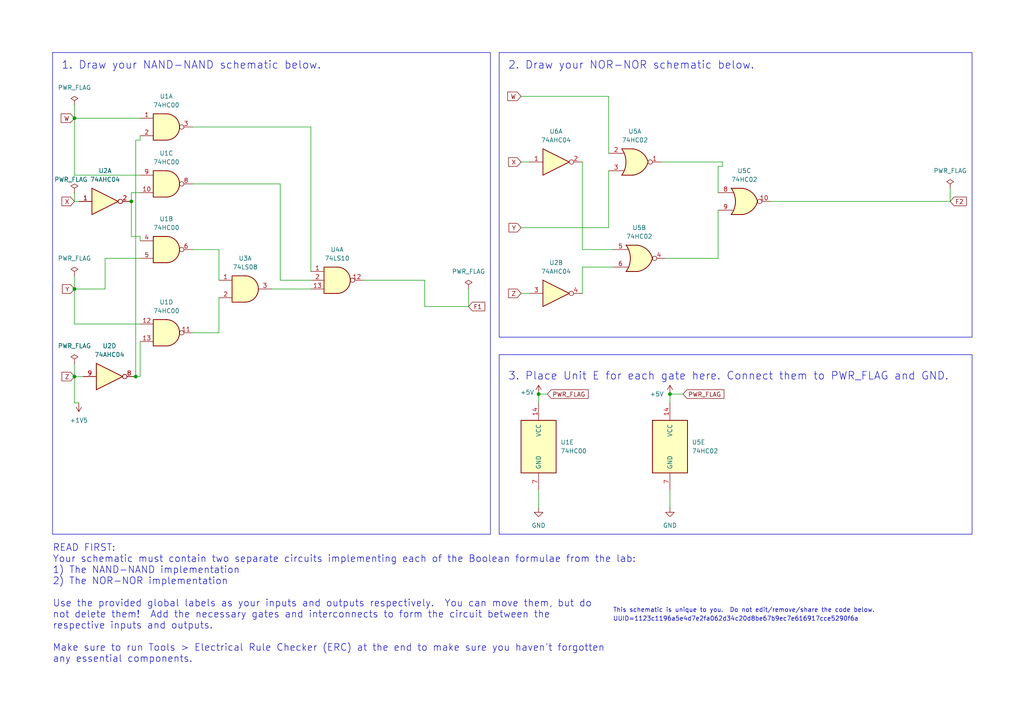
<source format=kicad_sch>
(kicad_sch
	(version 20231120)
	(generator "eeschema")
	(generator_version "8.0")
	(uuid "abdcfecc-5bf0-4ade-bba0-8d89fa880bb4")
	(paper "A4")
	(title_block
		(title "ECE 270 Boolean Algebra Lab Schematic")
		(date "2024-01-20")
		(rev "Version 1")
	)
	(lib_symbols
		(symbol "74xx:74AHC04"
			(exclude_from_sim no)
			(in_bom yes)
			(on_board yes)
			(property "Reference" "U"
				(at 0 1.27 0)
				(effects
					(font
						(size 1.27 1.27)
					)
				)
			)
			(property "Value" "74AHC04"
				(at 0 -1.27 0)
				(effects
					(font
						(size 1.27 1.27)
					)
				)
			)
			(property "Footprint" ""
				(at 0 0 0)
				(effects
					(font
						(size 1.27 1.27)
					)
					(hide yes)
				)
			)
			(property "Datasheet" "https://assets.nexperia.com/documents/data-sheet/74AHC_AHCT04.pdf"
				(at 0 0 0)
				(effects
					(font
						(size 1.27 1.27)
					)
					(hide yes)
				)
			)
			(property "Description" "Hex Inverter"
				(at 0 0 0)
				(effects
					(font
						(size 1.27 1.27)
					)
					(hide yes)
				)
			)
			(property "ki_locked" ""
				(at 0 0 0)
				(effects
					(font
						(size 1.27 1.27)
					)
				)
			)
			(property "ki_keywords" "AHCMOS not inv"
				(at 0 0 0)
				(effects
					(font
						(size 1.27 1.27)
					)
					(hide yes)
				)
			)
			(property "ki_fp_filters" "DIP*W7.62mm* SSOP?14* TSSOP?14*"
				(at 0 0 0)
				(effects
					(font
						(size 1.27 1.27)
					)
					(hide yes)
				)
			)
			(symbol "74AHC04_1_0"
				(polyline
					(pts
						(xy -3.81 3.81) (xy -3.81 -3.81) (xy 3.81 0) (xy -3.81 3.81)
					)
					(stroke
						(width 0.254)
						(type default)
					)
					(fill
						(type background)
					)
				)
				(pin input line
					(at -7.62 0 0)
					(length 3.81)
					(name "~"
						(effects
							(font
								(size 1.27 1.27)
							)
						)
					)
					(number "1"
						(effects
							(font
								(size 1.27 1.27)
							)
						)
					)
				)
				(pin output inverted
					(at 7.62 0 180)
					(length 3.81)
					(name "~"
						(effects
							(font
								(size 1.27 1.27)
							)
						)
					)
					(number "2"
						(effects
							(font
								(size 1.27 1.27)
							)
						)
					)
				)
			)
			(symbol "74AHC04_2_0"
				(polyline
					(pts
						(xy -3.81 3.81) (xy -3.81 -3.81) (xy 3.81 0) (xy -3.81 3.81)
					)
					(stroke
						(width 0.254)
						(type default)
					)
					(fill
						(type background)
					)
				)
				(pin input line
					(at -7.62 0 0)
					(length 3.81)
					(name "~"
						(effects
							(font
								(size 1.27 1.27)
							)
						)
					)
					(number "3"
						(effects
							(font
								(size 1.27 1.27)
							)
						)
					)
				)
				(pin output inverted
					(at 7.62 0 180)
					(length 3.81)
					(name "~"
						(effects
							(font
								(size 1.27 1.27)
							)
						)
					)
					(number "4"
						(effects
							(font
								(size 1.27 1.27)
							)
						)
					)
				)
			)
			(symbol "74AHC04_3_0"
				(polyline
					(pts
						(xy -3.81 3.81) (xy -3.81 -3.81) (xy 3.81 0) (xy -3.81 3.81)
					)
					(stroke
						(width 0.254)
						(type default)
					)
					(fill
						(type background)
					)
				)
				(pin input line
					(at -7.62 0 0)
					(length 3.81)
					(name "~"
						(effects
							(font
								(size 1.27 1.27)
							)
						)
					)
					(number "5"
						(effects
							(font
								(size 1.27 1.27)
							)
						)
					)
				)
				(pin output inverted
					(at 7.62 0 180)
					(length 3.81)
					(name "~"
						(effects
							(font
								(size 1.27 1.27)
							)
						)
					)
					(number "6"
						(effects
							(font
								(size 1.27 1.27)
							)
						)
					)
				)
			)
			(symbol "74AHC04_4_0"
				(polyline
					(pts
						(xy -3.81 3.81) (xy -3.81 -3.81) (xy 3.81 0) (xy -3.81 3.81)
					)
					(stroke
						(width 0.254)
						(type default)
					)
					(fill
						(type background)
					)
				)
				(pin output inverted
					(at 7.62 0 180)
					(length 3.81)
					(name "~"
						(effects
							(font
								(size 1.27 1.27)
							)
						)
					)
					(number "8"
						(effects
							(font
								(size 1.27 1.27)
							)
						)
					)
				)
				(pin input line
					(at -7.62 0 0)
					(length 3.81)
					(name "~"
						(effects
							(font
								(size 1.27 1.27)
							)
						)
					)
					(number "9"
						(effects
							(font
								(size 1.27 1.27)
							)
						)
					)
				)
			)
			(symbol "74AHC04_5_0"
				(polyline
					(pts
						(xy -3.81 3.81) (xy -3.81 -3.81) (xy 3.81 0) (xy -3.81 3.81)
					)
					(stroke
						(width 0.254)
						(type default)
					)
					(fill
						(type background)
					)
				)
				(pin output inverted
					(at 7.62 0 180)
					(length 3.81)
					(name "~"
						(effects
							(font
								(size 1.27 1.27)
							)
						)
					)
					(number "10"
						(effects
							(font
								(size 1.27 1.27)
							)
						)
					)
				)
				(pin input line
					(at -7.62 0 0)
					(length 3.81)
					(name "~"
						(effects
							(font
								(size 1.27 1.27)
							)
						)
					)
					(number "11"
						(effects
							(font
								(size 1.27 1.27)
							)
						)
					)
				)
			)
			(symbol "74AHC04_6_0"
				(polyline
					(pts
						(xy -3.81 3.81) (xy -3.81 -3.81) (xy 3.81 0) (xy -3.81 3.81)
					)
					(stroke
						(width 0.254)
						(type default)
					)
					(fill
						(type background)
					)
				)
				(pin output inverted
					(at 7.62 0 180)
					(length 3.81)
					(name "~"
						(effects
							(font
								(size 1.27 1.27)
							)
						)
					)
					(number "12"
						(effects
							(font
								(size 1.27 1.27)
							)
						)
					)
				)
				(pin input line
					(at -7.62 0 0)
					(length 3.81)
					(name "~"
						(effects
							(font
								(size 1.27 1.27)
							)
						)
					)
					(number "13"
						(effects
							(font
								(size 1.27 1.27)
							)
						)
					)
				)
			)
			(symbol "74AHC04_7_0"
				(pin power_in line
					(at 0 12.7 270)
					(length 5.08)
					(name "VCC"
						(effects
							(font
								(size 1.27 1.27)
							)
						)
					)
					(number "14"
						(effects
							(font
								(size 1.27 1.27)
							)
						)
					)
				)
				(pin power_in line
					(at 0 -12.7 90)
					(length 5.08)
					(name "GND"
						(effects
							(font
								(size 1.27 1.27)
							)
						)
					)
					(number "7"
						(effects
							(font
								(size 1.27 1.27)
							)
						)
					)
				)
			)
			(symbol "74AHC04_7_1"
				(rectangle
					(start -5.08 7.62)
					(end 5.08 -7.62)
					(stroke
						(width 0.254)
						(type default)
					)
					(fill
						(type background)
					)
				)
			)
		)
		(symbol "74xx:74HC00"
			(pin_names
				(offset 1.016)
			)
			(exclude_from_sim no)
			(in_bom yes)
			(on_board yes)
			(property "Reference" "U"
				(at 0 1.27 0)
				(effects
					(font
						(size 1.27 1.27)
					)
				)
			)
			(property "Value" "74HC00"
				(at 0 -1.27 0)
				(effects
					(font
						(size 1.27 1.27)
					)
				)
			)
			(property "Footprint" ""
				(at 0 0 0)
				(effects
					(font
						(size 1.27 1.27)
					)
					(hide yes)
				)
			)
			(property "Datasheet" "http://www.ti.com/lit/gpn/sn74hc00"
				(at 0 0 0)
				(effects
					(font
						(size 1.27 1.27)
					)
					(hide yes)
				)
			)
			(property "Description" "quad 2-input NAND gate"
				(at 0 0 0)
				(effects
					(font
						(size 1.27 1.27)
					)
					(hide yes)
				)
			)
			(property "ki_locked" ""
				(at 0 0 0)
				(effects
					(font
						(size 1.27 1.27)
					)
				)
			)
			(property "ki_keywords" "HCMOS nand 2-input"
				(at 0 0 0)
				(effects
					(font
						(size 1.27 1.27)
					)
					(hide yes)
				)
			)
			(property "ki_fp_filters" "DIP*W7.62mm* SO14*"
				(at 0 0 0)
				(effects
					(font
						(size 1.27 1.27)
					)
					(hide yes)
				)
			)
			(symbol "74HC00_1_1"
				(arc
					(start 0 -3.81)
					(mid 3.7934 0)
					(end 0 3.81)
					(stroke
						(width 0.254)
						(type default)
					)
					(fill
						(type background)
					)
				)
				(polyline
					(pts
						(xy 0 3.81) (xy -3.81 3.81) (xy -3.81 -3.81) (xy 0 -3.81)
					)
					(stroke
						(width 0.254)
						(type default)
					)
					(fill
						(type background)
					)
				)
				(pin input line
					(at -7.62 2.54 0)
					(length 3.81)
					(name "~"
						(effects
							(font
								(size 1.27 1.27)
							)
						)
					)
					(number "1"
						(effects
							(font
								(size 1.27 1.27)
							)
						)
					)
				)
				(pin input line
					(at -7.62 -2.54 0)
					(length 3.81)
					(name "~"
						(effects
							(font
								(size 1.27 1.27)
							)
						)
					)
					(number "2"
						(effects
							(font
								(size 1.27 1.27)
							)
						)
					)
				)
				(pin output inverted
					(at 7.62 0 180)
					(length 3.81)
					(name "~"
						(effects
							(font
								(size 1.27 1.27)
							)
						)
					)
					(number "3"
						(effects
							(font
								(size 1.27 1.27)
							)
						)
					)
				)
			)
			(symbol "74HC00_1_2"
				(arc
					(start -3.81 -3.81)
					(mid -2.589 0)
					(end -3.81 3.81)
					(stroke
						(width 0.254)
						(type default)
					)
					(fill
						(type none)
					)
				)
				(arc
					(start -0.6096 -3.81)
					(mid 2.1842 -2.5851)
					(end 3.81 0)
					(stroke
						(width 0.254)
						(type default)
					)
					(fill
						(type background)
					)
				)
				(polyline
					(pts
						(xy -3.81 -3.81) (xy -0.635 -3.81)
					)
					(stroke
						(width 0.254)
						(type default)
					)
					(fill
						(type background)
					)
				)
				(polyline
					(pts
						(xy -3.81 3.81) (xy -0.635 3.81)
					)
					(stroke
						(width 0.254)
						(type default)
					)
					(fill
						(type background)
					)
				)
				(polyline
					(pts
						(xy -0.635 3.81) (xy -3.81 3.81) (xy -3.81 3.81) (xy -3.556 3.4036) (xy -3.0226 2.2606) (xy -2.6924 1.0414)
						(xy -2.6162 -0.254) (xy -2.7686 -1.4986) (xy -3.175 -2.7178) (xy -3.81 -3.81) (xy -3.81 -3.81)
						(xy -0.635 -3.81)
					)
					(stroke
						(width -25.4)
						(type default)
					)
					(fill
						(type background)
					)
				)
				(arc
					(start 3.81 0)
					(mid 2.1915 2.5936)
					(end -0.6096 3.81)
					(stroke
						(width 0.254)
						(type default)
					)
					(fill
						(type background)
					)
				)
				(pin input inverted
					(at -7.62 2.54 0)
					(length 4.318)
					(name "~"
						(effects
							(font
								(size 1.27 1.27)
							)
						)
					)
					(number "1"
						(effects
							(font
								(size 1.27 1.27)
							)
						)
					)
				)
				(pin input inverted
					(at -7.62 -2.54 0)
					(length 4.318)
					(name "~"
						(effects
							(font
								(size 1.27 1.27)
							)
						)
					)
					(number "2"
						(effects
							(font
								(size 1.27 1.27)
							)
						)
					)
				)
				(pin output line
					(at 7.62 0 180)
					(length 3.81)
					(name "~"
						(effects
							(font
								(size 1.27 1.27)
							)
						)
					)
					(number "3"
						(effects
							(font
								(size 1.27 1.27)
							)
						)
					)
				)
			)
			(symbol "74HC00_2_1"
				(arc
					(start 0 -3.81)
					(mid 3.7934 0)
					(end 0 3.81)
					(stroke
						(width 0.254)
						(type default)
					)
					(fill
						(type background)
					)
				)
				(polyline
					(pts
						(xy 0 3.81) (xy -3.81 3.81) (xy -3.81 -3.81) (xy 0 -3.81)
					)
					(stroke
						(width 0.254)
						(type default)
					)
					(fill
						(type background)
					)
				)
				(pin input line
					(at -7.62 2.54 0)
					(length 3.81)
					(name "~"
						(effects
							(font
								(size 1.27 1.27)
							)
						)
					)
					(number "4"
						(effects
							(font
								(size 1.27 1.27)
							)
						)
					)
				)
				(pin input line
					(at -7.62 -2.54 0)
					(length 3.81)
					(name "~"
						(effects
							(font
								(size 1.27 1.27)
							)
						)
					)
					(number "5"
						(effects
							(font
								(size 1.27 1.27)
							)
						)
					)
				)
				(pin output inverted
					(at 7.62 0 180)
					(length 3.81)
					(name "~"
						(effects
							(font
								(size 1.27 1.27)
							)
						)
					)
					(number "6"
						(effects
							(font
								(size 1.27 1.27)
							)
						)
					)
				)
			)
			(symbol "74HC00_2_2"
				(arc
					(start -3.81 -3.81)
					(mid -2.589 0)
					(end -3.81 3.81)
					(stroke
						(width 0.254)
						(type default)
					)
					(fill
						(type none)
					)
				)
				(arc
					(start -0.6096 -3.81)
					(mid 2.1842 -2.5851)
					(end 3.81 0)
					(stroke
						(width 0.254)
						(type default)
					)
					(fill
						(type background)
					)
				)
				(polyline
					(pts
						(xy -3.81 -3.81) (xy -0.635 -3.81)
					)
					(stroke
						(width 0.254)
						(type default)
					)
					(fill
						(type background)
					)
				)
				(polyline
					(pts
						(xy -3.81 3.81) (xy -0.635 3.81)
					)
					(stroke
						(width 0.254)
						(type default)
					)
					(fill
						(type background)
					)
				)
				(polyline
					(pts
						(xy -0.635 3.81) (xy -3.81 3.81) (xy -3.81 3.81) (xy -3.556 3.4036) (xy -3.0226 2.2606) (xy -2.6924 1.0414)
						(xy -2.6162 -0.254) (xy -2.7686 -1.4986) (xy -3.175 -2.7178) (xy -3.81 -3.81) (xy -3.81 -3.81)
						(xy -0.635 -3.81)
					)
					(stroke
						(width -25.4)
						(type default)
					)
					(fill
						(type background)
					)
				)
				(arc
					(start 3.81 0)
					(mid 2.1915 2.5936)
					(end -0.6096 3.81)
					(stroke
						(width 0.254)
						(type default)
					)
					(fill
						(type background)
					)
				)
				(pin input inverted
					(at -7.62 2.54 0)
					(length 4.318)
					(name "~"
						(effects
							(font
								(size 1.27 1.27)
							)
						)
					)
					(number "4"
						(effects
							(font
								(size 1.27 1.27)
							)
						)
					)
				)
				(pin input inverted
					(at -7.62 -2.54 0)
					(length 4.318)
					(name "~"
						(effects
							(font
								(size 1.27 1.27)
							)
						)
					)
					(number "5"
						(effects
							(font
								(size 1.27 1.27)
							)
						)
					)
				)
				(pin output line
					(at 7.62 0 180)
					(length 3.81)
					(name "~"
						(effects
							(font
								(size 1.27 1.27)
							)
						)
					)
					(number "6"
						(effects
							(font
								(size 1.27 1.27)
							)
						)
					)
				)
			)
			(symbol "74HC00_3_1"
				(arc
					(start 0 -3.81)
					(mid 3.7934 0)
					(end 0 3.81)
					(stroke
						(width 0.254)
						(type default)
					)
					(fill
						(type background)
					)
				)
				(polyline
					(pts
						(xy 0 3.81) (xy -3.81 3.81) (xy -3.81 -3.81) (xy 0 -3.81)
					)
					(stroke
						(width 0.254)
						(type default)
					)
					(fill
						(type background)
					)
				)
				(pin input line
					(at -7.62 -2.54 0)
					(length 3.81)
					(name "~"
						(effects
							(font
								(size 1.27 1.27)
							)
						)
					)
					(number "10"
						(effects
							(font
								(size 1.27 1.27)
							)
						)
					)
				)
				(pin output inverted
					(at 7.62 0 180)
					(length 3.81)
					(name "~"
						(effects
							(font
								(size 1.27 1.27)
							)
						)
					)
					(number "8"
						(effects
							(font
								(size 1.27 1.27)
							)
						)
					)
				)
				(pin input line
					(at -7.62 2.54 0)
					(length 3.81)
					(name "~"
						(effects
							(font
								(size 1.27 1.27)
							)
						)
					)
					(number "9"
						(effects
							(font
								(size 1.27 1.27)
							)
						)
					)
				)
			)
			(symbol "74HC00_3_2"
				(arc
					(start -3.81 -3.81)
					(mid -2.589 0)
					(end -3.81 3.81)
					(stroke
						(width 0.254)
						(type default)
					)
					(fill
						(type none)
					)
				)
				(arc
					(start -0.6096 -3.81)
					(mid 2.1842 -2.5851)
					(end 3.81 0)
					(stroke
						(width 0.254)
						(type default)
					)
					(fill
						(type background)
					)
				)
				(polyline
					(pts
						(xy -3.81 -3.81) (xy -0.635 -3.81)
					)
					(stroke
						(width 0.254)
						(type default)
					)
					(fill
						(type background)
					)
				)
				(polyline
					(pts
						(xy -3.81 3.81) (xy -0.635 3.81)
					)
					(stroke
						(width 0.254)
						(type default)
					)
					(fill
						(type background)
					)
				)
				(polyline
					(pts
						(xy -0.635 3.81) (xy -3.81 3.81) (xy -3.81 3.81) (xy -3.556 3.4036) (xy -3.0226 2.2606) (xy -2.6924 1.0414)
						(xy -2.6162 -0.254) (xy -2.7686 -1.4986) (xy -3.175 -2.7178) (xy -3.81 -3.81) (xy -3.81 -3.81)
						(xy -0.635 -3.81)
					)
					(stroke
						(width -25.4)
						(type default)
					)
					(fill
						(type background)
					)
				)
				(arc
					(start 3.81 0)
					(mid 2.1915 2.5936)
					(end -0.6096 3.81)
					(stroke
						(width 0.254)
						(type default)
					)
					(fill
						(type background)
					)
				)
				(pin input inverted
					(at -7.62 -2.54 0)
					(length 4.318)
					(name "~"
						(effects
							(font
								(size 1.27 1.27)
							)
						)
					)
					(number "10"
						(effects
							(font
								(size 1.27 1.27)
							)
						)
					)
				)
				(pin output line
					(at 7.62 0 180)
					(length 3.81)
					(name "~"
						(effects
							(font
								(size 1.27 1.27)
							)
						)
					)
					(number "8"
						(effects
							(font
								(size 1.27 1.27)
							)
						)
					)
				)
				(pin input inverted
					(at -7.62 2.54 0)
					(length 4.318)
					(name "~"
						(effects
							(font
								(size 1.27 1.27)
							)
						)
					)
					(number "9"
						(effects
							(font
								(size 1.27 1.27)
							)
						)
					)
				)
			)
			(symbol "74HC00_4_1"
				(arc
					(start 0 -3.81)
					(mid 3.7934 0)
					(end 0 3.81)
					(stroke
						(width 0.254)
						(type default)
					)
					(fill
						(type background)
					)
				)
				(polyline
					(pts
						(xy 0 3.81) (xy -3.81 3.81) (xy -3.81 -3.81) (xy 0 -3.81)
					)
					(stroke
						(width 0.254)
						(type default)
					)
					(fill
						(type background)
					)
				)
				(pin output inverted
					(at 7.62 0 180)
					(length 3.81)
					(name "~"
						(effects
							(font
								(size 1.27 1.27)
							)
						)
					)
					(number "11"
						(effects
							(font
								(size 1.27 1.27)
							)
						)
					)
				)
				(pin input line
					(at -7.62 2.54 0)
					(length 3.81)
					(name "~"
						(effects
							(font
								(size 1.27 1.27)
							)
						)
					)
					(number "12"
						(effects
							(font
								(size 1.27 1.27)
							)
						)
					)
				)
				(pin input line
					(at -7.62 -2.54 0)
					(length 3.81)
					(name "~"
						(effects
							(font
								(size 1.27 1.27)
							)
						)
					)
					(number "13"
						(effects
							(font
								(size 1.27 1.27)
							)
						)
					)
				)
			)
			(symbol "74HC00_4_2"
				(arc
					(start -3.81 -3.81)
					(mid -2.589 0)
					(end -3.81 3.81)
					(stroke
						(width 0.254)
						(type default)
					)
					(fill
						(type none)
					)
				)
				(arc
					(start -0.6096 -3.81)
					(mid 2.1842 -2.5851)
					(end 3.81 0)
					(stroke
						(width 0.254)
						(type default)
					)
					(fill
						(type background)
					)
				)
				(polyline
					(pts
						(xy -3.81 -3.81) (xy -0.635 -3.81)
					)
					(stroke
						(width 0.254)
						(type default)
					)
					(fill
						(type background)
					)
				)
				(polyline
					(pts
						(xy -3.81 3.81) (xy -0.635 3.81)
					)
					(stroke
						(width 0.254)
						(type default)
					)
					(fill
						(type background)
					)
				)
				(polyline
					(pts
						(xy -0.635 3.81) (xy -3.81 3.81) (xy -3.81 3.81) (xy -3.556 3.4036) (xy -3.0226 2.2606) (xy -2.6924 1.0414)
						(xy -2.6162 -0.254) (xy -2.7686 -1.4986) (xy -3.175 -2.7178) (xy -3.81 -3.81) (xy -3.81 -3.81)
						(xy -0.635 -3.81)
					)
					(stroke
						(width -25.4)
						(type default)
					)
					(fill
						(type background)
					)
				)
				(arc
					(start 3.81 0)
					(mid 2.1915 2.5936)
					(end -0.6096 3.81)
					(stroke
						(width 0.254)
						(type default)
					)
					(fill
						(type background)
					)
				)
				(pin output line
					(at 7.62 0 180)
					(length 3.81)
					(name "~"
						(effects
							(font
								(size 1.27 1.27)
							)
						)
					)
					(number "11"
						(effects
							(font
								(size 1.27 1.27)
							)
						)
					)
				)
				(pin input inverted
					(at -7.62 2.54 0)
					(length 4.318)
					(name "~"
						(effects
							(font
								(size 1.27 1.27)
							)
						)
					)
					(number "12"
						(effects
							(font
								(size 1.27 1.27)
							)
						)
					)
				)
				(pin input inverted
					(at -7.62 -2.54 0)
					(length 4.318)
					(name "~"
						(effects
							(font
								(size 1.27 1.27)
							)
						)
					)
					(number "13"
						(effects
							(font
								(size 1.27 1.27)
							)
						)
					)
				)
			)
			(symbol "74HC00_5_0"
				(pin power_in line
					(at 0 12.7 270)
					(length 5.08)
					(name "VCC"
						(effects
							(font
								(size 1.27 1.27)
							)
						)
					)
					(number "14"
						(effects
							(font
								(size 1.27 1.27)
							)
						)
					)
				)
				(pin power_in line
					(at 0 -12.7 90)
					(length 5.08)
					(name "GND"
						(effects
							(font
								(size 1.27 1.27)
							)
						)
					)
					(number "7"
						(effects
							(font
								(size 1.27 1.27)
							)
						)
					)
				)
			)
			(symbol "74HC00_5_1"
				(rectangle
					(start -5.08 7.62)
					(end 5.08 -7.62)
					(stroke
						(width 0.254)
						(type default)
					)
					(fill
						(type background)
					)
				)
			)
		)
		(symbol "74xx:74HC02"
			(pin_names
				(offset 1.016)
			)
			(exclude_from_sim no)
			(in_bom yes)
			(on_board yes)
			(property "Reference" "U"
				(at 0 1.27 0)
				(effects
					(font
						(size 1.27 1.27)
					)
				)
			)
			(property "Value" "74HC02"
				(at 0 -1.27 0)
				(effects
					(font
						(size 1.27 1.27)
					)
				)
			)
			(property "Footprint" ""
				(at 0 0 0)
				(effects
					(font
						(size 1.27 1.27)
					)
					(hide yes)
				)
			)
			(property "Datasheet" "http://www.ti.com/lit/gpn/sn74hc02"
				(at 0 0 0)
				(effects
					(font
						(size 1.27 1.27)
					)
					(hide yes)
				)
			)
			(property "Description" "quad 2-input NOR gate"
				(at 0 0 0)
				(effects
					(font
						(size 1.27 1.27)
					)
					(hide yes)
				)
			)
			(property "ki_locked" ""
				(at 0 0 0)
				(effects
					(font
						(size 1.27 1.27)
					)
				)
			)
			(property "ki_keywords" "HCMOS Nor2"
				(at 0 0 0)
				(effects
					(font
						(size 1.27 1.27)
					)
					(hide yes)
				)
			)
			(property "ki_fp_filters" "SO14* DIP*W7.62mm*"
				(at 0 0 0)
				(effects
					(font
						(size 1.27 1.27)
					)
					(hide yes)
				)
			)
			(symbol "74HC02_1_1"
				(arc
					(start -3.81 -3.81)
					(mid -2.589 0)
					(end -3.81 3.81)
					(stroke
						(width 0.254)
						(type default)
					)
					(fill
						(type none)
					)
				)
				(arc
					(start -0.6096 -3.81)
					(mid 2.1842 -2.5851)
					(end 3.81 0)
					(stroke
						(width 0.254)
						(type default)
					)
					(fill
						(type background)
					)
				)
				(polyline
					(pts
						(xy -3.81 -3.81) (xy -0.635 -3.81)
					)
					(stroke
						(width 0.254)
						(type default)
					)
					(fill
						(type background)
					)
				)
				(polyline
					(pts
						(xy -3.81 3.81) (xy -0.635 3.81)
					)
					(stroke
						(width 0.254)
						(type default)
					)
					(fill
						(type background)
					)
				)
				(polyline
					(pts
						(xy -0.635 3.81) (xy -3.81 3.81) (xy -3.81 3.81) (xy -3.556 3.4036) (xy -3.0226 2.2606) (xy -2.6924 1.0414)
						(xy -2.6162 -0.254) (xy -2.7686 -1.4986) (xy -3.175 -2.7178) (xy -3.81 -3.81) (xy -3.81 -3.81)
						(xy -0.635 -3.81)
					)
					(stroke
						(width -25.4)
						(type default)
					)
					(fill
						(type background)
					)
				)
				(arc
					(start 3.81 0)
					(mid 2.1915 2.5936)
					(end -0.6096 3.81)
					(stroke
						(width 0.254)
						(type default)
					)
					(fill
						(type background)
					)
				)
				(pin output inverted
					(at 7.62 0 180)
					(length 3.81)
					(name "~"
						(effects
							(font
								(size 1.27 1.27)
							)
						)
					)
					(number "1"
						(effects
							(font
								(size 1.27 1.27)
							)
						)
					)
				)
				(pin input line
					(at -7.62 2.54 0)
					(length 4.318)
					(name "~"
						(effects
							(font
								(size 1.27 1.27)
							)
						)
					)
					(number "2"
						(effects
							(font
								(size 1.27 1.27)
							)
						)
					)
				)
				(pin input line
					(at -7.62 -2.54 0)
					(length 4.318)
					(name "~"
						(effects
							(font
								(size 1.27 1.27)
							)
						)
					)
					(number "3"
						(effects
							(font
								(size 1.27 1.27)
							)
						)
					)
				)
			)
			(symbol "74HC02_1_2"
				(arc
					(start 0 -3.81)
					(mid 3.7934 0)
					(end 0 3.81)
					(stroke
						(width 0.254)
						(type default)
					)
					(fill
						(type background)
					)
				)
				(polyline
					(pts
						(xy 0 3.81) (xy -3.81 3.81) (xy -3.81 -3.81) (xy 0 -3.81)
					)
					(stroke
						(width 0.254)
						(type default)
					)
					(fill
						(type background)
					)
				)
				(pin output line
					(at 7.62 0 180)
					(length 3.81)
					(name "~"
						(effects
							(font
								(size 1.27 1.27)
							)
						)
					)
					(number "1"
						(effects
							(font
								(size 1.27 1.27)
							)
						)
					)
				)
				(pin input inverted
					(at -7.62 2.54 0)
					(length 3.81)
					(name "~"
						(effects
							(font
								(size 1.27 1.27)
							)
						)
					)
					(number "2"
						(effects
							(font
								(size 1.27 1.27)
							)
						)
					)
				)
				(pin input inverted
					(at -7.62 -2.54 0)
					(length 3.81)
					(name "~"
						(effects
							(font
								(size 1.27 1.27)
							)
						)
					)
					(number "3"
						(effects
							(font
								(size 1.27 1.27)
							)
						)
					)
				)
			)
			(symbol "74HC02_2_1"
				(arc
					(start -3.81 -3.81)
					(mid -2.589 0)
					(end -3.81 3.81)
					(stroke
						(width 0.254)
						(type default)
					)
					(fill
						(type none)
					)
				)
				(arc
					(start -0.6096 -3.81)
					(mid 2.1842 -2.5851)
					(end 3.81 0)
					(stroke
						(width 0.254)
						(type default)
					)
					(fill
						(type background)
					)
				)
				(polyline
					(pts
						(xy -3.81 -3.81) (xy -0.635 -3.81)
					)
					(stroke
						(width 0.254)
						(type default)
					)
					(fill
						(type background)
					)
				)
				(polyline
					(pts
						(xy -3.81 3.81) (xy -0.635 3.81)
					)
					(stroke
						(width 0.254)
						(type default)
					)
					(fill
						(type background)
					)
				)
				(polyline
					(pts
						(xy -0.635 3.81) (xy -3.81 3.81) (xy -3.81 3.81) (xy -3.556 3.4036) (xy -3.0226 2.2606) (xy -2.6924 1.0414)
						(xy -2.6162 -0.254) (xy -2.7686 -1.4986) (xy -3.175 -2.7178) (xy -3.81 -3.81) (xy -3.81 -3.81)
						(xy -0.635 -3.81)
					)
					(stroke
						(width -25.4)
						(type default)
					)
					(fill
						(type background)
					)
				)
				(arc
					(start 3.81 0)
					(mid 2.1915 2.5936)
					(end -0.6096 3.81)
					(stroke
						(width 0.254)
						(type default)
					)
					(fill
						(type background)
					)
				)
				(pin output inverted
					(at 7.62 0 180)
					(length 3.81)
					(name "~"
						(effects
							(font
								(size 1.27 1.27)
							)
						)
					)
					(number "4"
						(effects
							(font
								(size 1.27 1.27)
							)
						)
					)
				)
				(pin input line
					(at -7.62 2.54 0)
					(length 4.318)
					(name "~"
						(effects
							(font
								(size 1.27 1.27)
							)
						)
					)
					(number "5"
						(effects
							(font
								(size 1.27 1.27)
							)
						)
					)
				)
				(pin input line
					(at -7.62 -2.54 0)
					(length 4.318)
					(name "~"
						(effects
							(font
								(size 1.27 1.27)
							)
						)
					)
					(number "6"
						(effects
							(font
								(size 1.27 1.27)
							)
						)
					)
				)
			)
			(symbol "74HC02_2_2"
				(arc
					(start 0 -3.81)
					(mid 3.7934 0)
					(end 0 3.81)
					(stroke
						(width 0.254)
						(type default)
					)
					(fill
						(type background)
					)
				)
				(polyline
					(pts
						(xy 0 3.81) (xy -3.81 3.81) (xy -3.81 -3.81) (xy 0 -3.81)
					)
					(stroke
						(width 0.254)
						(type default)
					)
					(fill
						(type background)
					)
				)
				(pin output line
					(at 7.62 0 180)
					(length 3.81)
					(name "~"
						(effects
							(font
								(size 1.27 1.27)
							)
						)
					)
					(number "4"
						(effects
							(font
								(size 1.27 1.27)
							)
						)
					)
				)
				(pin input inverted
					(at -7.62 2.54 0)
					(length 3.81)
					(name "~"
						(effects
							(font
								(size 1.27 1.27)
							)
						)
					)
					(number "5"
						(effects
							(font
								(size 1.27 1.27)
							)
						)
					)
				)
				(pin input inverted
					(at -7.62 -2.54 0)
					(length 3.81)
					(name "~"
						(effects
							(font
								(size 1.27 1.27)
							)
						)
					)
					(number "6"
						(effects
							(font
								(size 1.27 1.27)
							)
						)
					)
				)
			)
			(symbol "74HC02_3_1"
				(arc
					(start -3.81 -3.81)
					(mid -2.589 0)
					(end -3.81 3.81)
					(stroke
						(width 0.254)
						(type default)
					)
					(fill
						(type none)
					)
				)
				(arc
					(start -0.6096 -3.81)
					(mid 2.1842 -2.5851)
					(end 3.81 0)
					(stroke
						(width 0.254)
						(type default)
					)
					(fill
						(type background)
					)
				)
				(polyline
					(pts
						(xy -3.81 -3.81) (xy -0.635 -3.81)
					)
					(stroke
						(width 0.254)
						(type default)
					)
					(fill
						(type background)
					)
				)
				(polyline
					(pts
						(xy -3.81 3.81) (xy -0.635 3.81)
					)
					(stroke
						(width 0.254)
						(type default)
					)
					(fill
						(type background)
					)
				)
				(polyline
					(pts
						(xy -0.635 3.81) (xy -3.81 3.81) (xy -3.81 3.81) (xy -3.556 3.4036) (xy -3.0226 2.2606) (xy -2.6924 1.0414)
						(xy -2.6162 -0.254) (xy -2.7686 -1.4986) (xy -3.175 -2.7178) (xy -3.81 -3.81) (xy -3.81 -3.81)
						(xy -0.635 -3.81)
					)
					(stroke
						(width -25.4)
						(type default)
					)
					(fill
						(type background)
					)
				)
				(arc
					(start 3.81 0)
					(mid 2.1915 2.5936)
					(end -0.6096 3.81)
					(stroke
						(width 0.254)
						(type default)
					)
					(fill
						(type background)
					)
				)
				(pin output inverted
					(at 7.62 0 180)
					(length 3.81)
					(name "~"
						(effects
							(font
								(size 1.27 1.27)
							)
						)
					)
					(number "10"
						(effects
							(font
								(size 1.27 1.27)
							)
						)
					)
				)
				(pin input line
					(at -7.62 2.54 0)
					(length 4.318)
					(name "~"
						(effects
							(font
								(size 1.27 1.27)
							)
						)
					)
					(number "8"
						(effects
							(font
								(size 1.27 1.27)
							)
						)
					)
				)
				(pin input line
					(at -7.62 -2.54 0)
					(length 4.318)
					(name "~"
						(effects
							(font
								(size 1.27 1.27)
							)
						)
					)
					(number "9"
						(effects
							(font
								(size 1.27 1.27)
							)
						)
					)
				)
			)
			(symbol "74HC02_3_2"
				(arc
					(start 0 -3.81)
					(mid 3.7934 0)
					(end 0 3.81)
					(stroke
						(width 0.254)
						(type default)
					)
					(fill
						(type background)
					)
				)
				(polyline
					(pts
						(xy 0 3.81) (xy -3.81 3.81) (xy -3.81 -3.81) (xy 0 -3.81)
					)
					(stroke
						(width 0.254)
						(type default)
					)
					(fill
						(type background)
					)
				)
				(pin output line
					(at 7.62 0 180)
					(length 3.81)
					(name "~"
						(effects
							(font
								(size 1.27 1.27)
							)
						)
					)
					(number "10"
						(effects
							(font
								(size 1.27 1.27)
							)
						)
					)
				)
				(pin input inverted
					(at -7.62 2.54 0)
					(length 3.81)
					(name "~"
						(effects
							(font
								(size 1.27 1.27)
							)
						)
					)
					(number "8"
						(effects
							(font
								(size 1.27 1.27)
							)
						)
					)
				)
				(pin input inverted
					(at -7.62 -2.54 0)
					(length 3.81)
					(name "~"
						(effects
							(font
								(size 1.27 1.27)
							)
						)
					)
					(number "9"
						(effects
							(font
								(size 1.27 1.27)
							)
						)
					)
				)
			)
			(symbol "74HC02_4_1"
				(arc
					(start -3.81 -3.81)
					(mid -2.589 0)
					(end -3.81 3.81)
					(stroke
						(width 0.254)
						(type default)
					)
					(fill
						(type none)
					)
				)
				(arc
					(start -0.6096 -3.81)
					(mid 2.1842 -2.5851)
					(end 3.81 0)
					(stroke
						(width 0.254)
						(type default)
					)
					(fill
						(type background)
					)
				)
				(polyline
					(pts
						(xy -3.81 -3.81) (xy -0.635 -3.81)
					)
					(stroke
						(width 0.254)
						(type default)
					)
					(fill
						(type background)
					)
				)
				(polyline
					(pts
						(xy -3.81 3.81) (xy -0.635 3.81)
					)
					(stroke
						(width 0.254)
						(type default)
					)
					(fill
						(type background)
					)
				)
				(polyline
					(pts
						(xy -0.635 3.81) (xy -3.81 3.81) (xy -3.81 3.81) (xy -3.556 3.4036) (xy -3.0226 2.2606) (xy -2.6924 1.0414)
						(xy -2.6162 -0.254) (xy -2.7686 -1.4986) (xy -3.175 -2.7178) (xy -3.81 -3.81) (xy -3.81 -3.81)
						(xy -0.635 -3.81)
					)
					(stroke
						(width -25.4)
						(type default)
					)
					(fill
						(type background)
					)
				)
				(arc
					(start 3.81 0)
					(mid 2.1915 2.5936)
					(end -0.6096 3.81)
					(stroke
						(width 0.254)
						(type default)
					)
					(fill
						(type background)
					)
				)
				(pin input line
					(at -7.62 2.54 0)
					(length 4.318)
					(name "~"
						(effects
							(font
								(size 1.27 1.27)
							)
						)
					)
					(number "11"
						(effects
							(font
								(size 1.27 1.27)
							)
						)
					)
				)
				(pin input line
					(at -7.62 -2.54 0)
					(length 4.318)
					(name "~"
						(effects
							(font
								(size 1.27 1.27)
							)
						)
					)
					(number "12"
						(effects
							(font
								(size 1.27 1.27)
							)
						)
					)
				)
				(pin output inverted
					(at 7.62 0 180)
					(length 3.81)
					(name "~"
						(effects
							(font
								(size 1.27 1.27)
							)
						)
					)
					(number "13"
						(effects
							(font
								(size 1.27 1.27)
							)
						)
					)
				)
			)
			(symbol "74HC02_4_2"
				(arc
					(start 0 -3.81)
					(mid 3.7934 0)
					(end 0 3.81)
					(stroke
						(width 0.254)
						(type default)
					)
					(fill
						(type background)
					)
				)
				(polyline
					(pts
						(xy 0 3.81) (xy -3.81 3.81) (xy -3.81 -3.81) (xy 0 -3.81)
					)
					(stroke
						(width 0.254)
						(type default)
					)
					(fill
						(type background)
					)
				)
				(pin input inverted
					(at -7.62 2.54 0)
					(length 3.81)
					(name "~"
						(effects
							(font
								(size 1.27 1.27)
							)
						)
					)
					(number "11"
						(effects
							(font
								(size 1.27 1.27)
							)
						)
					)
				)
				(pin input inverted
					(at -7.62 -2.54 0)
					(length 3.81)
					(name "~"
						(effects
							(font
								(size 1.27 1.27)
							)
						)
					)
					(number "12"
						(effects
							(font
								(size 1.27 1.27)
							)
						)
					)
				)
				(pin output line
					(at 7.62 0 180)
					(length 3.81)
					(name "~"
						(effects
							(font
								(size 1.27 1.27)
							)
						)
					)
					(number "13"
						(effects
							(font
								(size 1.27 1.27)
							)
						)
					)
				)
			)
			(symbol "74HC02_5_0"
				(pin power_in line
					(at 0 12.7 270)
					(length 5.08)
					(name "VCC"
						(effects
							(font
								(size 1.27 1.27)
							)
						)
					)
					(number "14"
						(effects
							(font
								(size 1.27 1.27)
							)
						)
					)
				)
				(pin power_in line
					(at 0 -12.7 90)
					(length 5.08)
					(name "GND"
						(effects
							(font
								(size 1.27 1.27)
							)
						)
					)
					(number "7"
						(effects
							(font
								(size 1.27 1.27)
							)
						)
					)
				)
			)
			(symbol "74HC02_5_1"
				(rectangle
					(start -5.08 7.62)
					(end 5.08 -7.62)
					(stroke
						(width 0.254)
						(type default)
					)
					(fill
						(type background)
					)
				)
			)
		)
		(symbol "74xx:74LS08"
			(pin_names
				(offset 1.016)
			)
			(exclude_from_sim no)
			(in_bom yes)
			(on_board yes)
			(property "Reference" "U"
				(at 0 1.27 0)
				(effects
					(font
						(size 1.27 1.27)
					)
				)
			)
			(property "Value" "74LS08"
				(at 0 -1.27 0)
				(effects
					(font
						(size 1.27 1.27)
					)
				)
			)
			(property "Footprint" ""
				(at 0 0 0)
				(effects
					(font
						(size 1.27 1.27)
					)
					(hide yes)
				)
			)
			(property "Datasheet" "http://www.ti.com/lit/gpn/sn74LS08"
				(at 0 0 0)
				(effects
					(font
						(size 1.27 1.27)
					)
					(hide yes)
				)
			)
			(property "Description" "Quad And2"
				(at 0 0 0)
				(effects
					(font
						(size 1.27 1.27)
					)
					(hide yes)
				)
			)
			(property "ki_locked" ""
				(at 0 0 0)
				(effects
					(font
						(size 1.27 1.27)
					)
				)
			)
			(property "ki_keywords" "TTL and2"
				(at 0 0 0)
				(effects
					(font
						(size 1.27 1.27)
					)
					(hide yes)
				)
			)
			(property "ki_fp_filters" "DIP*W7.62mm*"
				(at 0 0 0)
				(effects
					(font
						(size 1.27 1.27)
					)
					(hide yes)
				)
			)
			(symbol "74LS08_1_1"
				(arc
					(start 0 -3.81)
					(mid 3.7934 0)
					(end 0 3.81)
					(stroke
						(width 0.254)
						(type default)
					)
					(fill
						(type background)
					)
				)
				(polyline
					(pts
						(xy 0 3.81) (xy -3.81 3.81) (xy -3.81 -3.81) (xy 0 -3.81)
					)
					(stroke
						(width 0.254)
						(type default)
					)
					(fill
						(type background)
					)
				)
				(pin input line
					(at -7.62 2.54 0)
					(length 3.81)
					(name "~"
						(effects
							(font
								(size 1.27 1.27)
							)
						)
					)
					(number "1"
						(effects
							(font
								(size 1.27 1.27)
							)
						)
					)
				)
				(pin input line
					(at -7.62 -2.54 0)
					(length 3.81)
					(name "~"
						(effects
							(font
								(size 1.27 1.27)
							)
						)
					)
					(number "2"
						(effects
							(font
								(size 1.27 1.27)
							)
						)
					)
				)
				(pin output line
					(at 7.62 0 180)
					(length 3.81)
					(name "~"
						(effects
							(font
								(size 1.27 1.27)
							)
						)
					)
					(number "3"
						(effects
							(font
								(size 1.27 1.27)
							)
						)
					)
				)
			)
			(symbol "74LS08_1_2"
				(arc
					(start -3.81 -3.81)
					(mid -2.589 0)
					(end -3.81 3.81)
					(stroke
						(width 0.254)
						(type default)
					)
					(fill
						(type none)
					)
				)
				(arc
					(start -0.6096 -3.81)
					(mid 2.1842 -2.5851)
					(end 3.81 0)
					(stroke
						(width 0.254)
						(type default)
					)
					(fill
						(type background)
					)
				)
				(polyline
					(pts
						(xy -3.81 -3.81) (xy -0.635 -3.81)
					)
					(stroke
						(width 0.254)
						(type default)
					)
					(fill
						(type background)
					)
				)
				(polyline
					(pts
						(xy -3.81 3.81) (xy -0.635 3.81)
					)
					(stroke
						(width 0.254)
						(type default)
					)
					(fill
						(type background)
					)
				)
				(polyline
					(pts
						(xy -0.635 3.81) (xy -3.81 3.81) (xy -3.81 3.81) (xy -3.556 3.4036) (xy -3.0226 2.2606) (xy -2.6924 1.0414)
						(xy -2.6162 -0.254) (xy -2.7686 -1.4986) (xy -3.175 -2.7178) (xy -3.81 -3.81) (xy -3.81 -3.81)
						(xy -0.635 -3.81)
					)
					(stroke
						(width -25.4)
						(type default)
					)
					(fill
						(type background)
					)
				)
				(arc
					(start 3.81 0)
					(mid 2.1915 2.5936)
					(end -0.6096 3.81)
					(stroke
						(width 0.254)
						(type default)
					)
					(fill
						(type background)
					)
				)
				(pin input inverted
					(at -7.62 2.54 0)
					(length 4.318)
					(name "~"
						(effects
							(font
								(size 1.27 1.27)
							)
						)
					)
					(number "1"
						(effects
							(font
								(size 1.27 1.27)
							)
						)
					)
				)
				(pin input inverted
					(at -7.62 -2.54 0)
					(length 4.318)
					(name "~"
						(effects
							(font
								(size 1.27 1.27)
							)
						)
					)
					(number "2"
						(effects
							(font
								(size 1.27 1.27)
							)
						)
					)
				)
				(pin output inverted
					(at 7.62 0 180)
					(length 3.81)
					(name "~"
						(effects
							(font
								(size 1.27 1.27)
							)
						)
					)
					(number "3"
						(effects
							(font
								(size 1.27 1.27)
							)
						)
					)
				)
			)
			(symbol "74LS08_2_1"
				(arc
					(start 0 -3.81)
					(mid 3.7934 0)
					(end 0 3.81)
					(stroke
						(width 0.254)
						(type default)
					)
					(fill
						(type background)
					)
				)
				(polyline
					(pts
						(xy 0 3.81) (xy -3.81 3.81) (xy -3.81 -3.81) (xy 0 -3.81)
					)
					(stroke
						(width 0.254)
						(type default)
					)
					(fill
						(type background)
					)
				)
				(pin input line
					(at -7.62 2.54 0)
					(length 3.81)
					(name "~"
						(effects
							(font
								(size 1.27 1.27)
							)
						)
					)
					(number "4"
						(effects
							(font
								(size 1.27 1.27)
							)
						)
					)
				)
				(pin input line
					(at -7.62 -2.54 0)
					(length 3.81)
					(name "~"
						(effects
							(font
								(size 1.27 1.27)
							)
						)
					)
					(number "5"
						(effects
							(font
								(size 1.27 1.27)
							)
						)
					)
				)
				(pin output line
					(at 7.62 0 180)
					(length 3.81)
					(name "~"
						(effects
							(font
								(size 1.27 1.27)
							)
						)
					)
					(number "6"
						(effects
							(font
								(size 1.27 1.27)
							)
						)
					)
				)
			)
			(symbol "74LS08_2_2"
				(arc
					(start -3.81 -3.81)
					(mid -2.589 0)
					(end -3.81 3.81)
					(stroke
						(width 0.254)
						(type default)
					)
					(fill
						(type none)
					)
				)
				(arc
					(start -0.6096 -3.81)
					(mid 2.1842 -2.5851)
					(end 3.81 0)
					(stroke
						(width 0.254)
						(type default)
					)
					(fill
						(type background)
					)
				)
				(polyline
					(pts
						(xy -3.81 -3.81) (xy -0.635 -3.81)
					)
					(stroke
						(width 0.254)
						(type default)
					)
					(fill
						(type background)
					)
				)
				(polyline
					(pts
						(xy -3.81 3.81) (xy -0.635 3.81)
					)
					(stroke
						(width 0.254)
						(type default)
					)
					(fill
						(type background)
					)
				)
				(polyline
					(pts
						(xy -0.635 3.81) (xy -3.81 3.81) (xy -3.81 3.81) (xy -3.556 3.4036) (xy -3.0226 2.2606) (xy -2.6924 1.0414)
						(xy -2.6162 -0.254) (xy -2.7686 -1.4986) (xy -3.175 -2.7178) (xy -3.81 -3.81) (xy -3.81 -3.81)
						(xy -0.635 -3.81)
					)
					(stroke
						(width -25.4)
						(type default)
					)
					(fill
						(type background)
					)
				)
				(arc
					(start 3.81 0)
					(mid 2.1915 2.5936)
					(end -0.6096 3.81)
					(stroke
						(width 0.254)
						(type default)
					)
					(fill
						(type background)
					)
				)
				(pin input inverted
					(at -7.62 2.54 0)
					(length 4.318)
					(name "~"
						(effects
							(font
								(size 1.27 1.27)
							)
						)
					)
					(number "4"
						(effects
							(font
								(size 1.27 1.27)
							)
						)
					)
				)
				(pin input inverted
					(at -7.62 -2.54 0)
					(length 4.318)
					(name "~"
						(effects
							(font
								(size 1.27 1.27)
							)
						)
					)
					(number "5"
						(effects
							(font
								(size 1.27 1.27)
							)
						)
					)
				)
				(pin output inverted
					(at 7.62 0 180)
					(length 3.81)
					(name "~"
						(effects
							(font
								(size 1.27 1.27)
							)
						)
					)
					(number "6"
						(effects
							(font
								(size 1.27 1.27)
							)
						)
					)
				)
			)
			(symbol "74LS08_3_1"
				(arc
					(start 0 -3.81)
					(mid 3.7934 0)
					(end 0 3.81)
					(stroke
						(width 0.254)
						(type default)
					)
					(fill
						(type background)
					)
				)
				(polyline
					(pts
						(xy 0 3.81) (xy -3.81 3.81) (xy -3.81 -3.81) (xy 0 -3.81)
					)
					(stroke
						(width 0.254)
						(type default)
					)
					(fill
						(type background)
					)
				)
				(pin input line
					(at -7.62 -2.54 0)
					(length 3.81)
					(name "~"
						(effects
							(font
								(size 1.27 1.27)
							)
						)
					)
					(number "10"
						(effects
							(font
								(size 1.27 1.27)
							)
						)
					)
				)
				(pin output line
					(at 7.62 0 180)
					(length 3.81)
					(name "~"
						(effects
							(font
								(size 1.27 1.27)
							)
						)
					)
					(number "8"
						(effects
							(font
								(size 1.27 1.27)
							)
						)
					)
				)
				(pin input line
					(at -7.62 2.54 0)
					(length 3.81)
					(name "~"
						(effects
							(font
								(size 1.27 1.27)
							)
						)
					)
					(number "9"
						(effects
							(font
								(size 1.27 1.27)
							)
						)
					)
				)
			)
			(symbol "74LS08_3_2"
				(arc
					(start -3.81 -3.81)
					(mid -2.589 0)
					(end -3.81 3.81)
					(stroke
						(width 0.254)
						(type default)
					)
					(fill
						(type none)
					)
				)
				(arc
					(start -0.6096 -3.81)
					(mid 2.1842 -2.5851)
					(end 3.81 0)
					(stroke
						(width 0.254)
						(type default)
					)
					(fill
						(type background)
					)
				)
				(polyline
					(pts
						(xy -3.81 -3.81) (xy -0.635 -3.81)
					)
					(stroke
						(width 0.254)
						(type default)
					)
					(fill
						(type background)
					)
				)
				(polyline
					(pts
						(xy -3.81 3.81) (xy -0.635 3.81)
					)
					(stroke
						(width 0.254)
						(type default)
					)
					(fill
						(type background)
					)
				)
				(polyline
					(pts
						(xy -0.635 3.81) (xy -3.81 3.81) (xy -3.81 3.81) (xy -3.556 3.4036) (xy -3.0226 2.2606) (xy -2.6924 1.0414)
						(xy -2.6162 -0.254) (xy -2.7686 -1.4986) (xy -3.175 -2.7178) (xy -3.81 -3.81) (xy -3.81 -3.81)
						(xy -0.635 -3.81)
					)
					(stroke
						(width -25.4)
						(type default)
					)
					(fill
						(type background)
					)
				)
				(arc
					(start 3.81 0)
					(mid 2.1915 2.5936)
					(end -0.6096 3.81)
					(stroke
						(width 0.254)
						(type default)
					)
					(fill
						(type background)
					)
				)
				(pin input inverted
					(at -7.62 -2.54 0)
					(length 4.318)
					(name "~"
						(effects
							(font
								(size 1.27 1.27)
							)
						)
					)
					(number "10"
						(effects
							(font
								(size 1.27 1.27)
							)
						)
					)
				)
				(pin output inverted
					(at 7.62 0 180)
					(length 3.81)
					(name "~"
						(effects
							(font
								(size 1.27 1.27)
							)
						)
					)
					(number "8"
						(effects
							(font
								(size 1.27 1.27)
							)
						)
					)
				)
				(pin input inverted
					(at -7.62 2.54 0)
					(length 4.318)
					(name "~"
						(effects
							(font
								(size 1.27 1.27)
							)
						)
					)
					(number "9"
						(effects
							(font
								(size 1.27 1.27)
							)
						)
					)
				)
			)
			(symbol "74LS08_4_1"
				(arc
					(start 0 -3.81)
					(mid 3.7934 0)
					(end 0 3.81)
					(stroke
						(width 0.254)
						(type default)
					)
					(fill
						(type background)
					)
				)
				(polyline
					(pts
						(xy 0 3.81) (xy -3.81 3.81) (xy -3.81 -3.81) (xy 0 -3.81)
					)
					(stroke
						(width 0.254)
						(type default)
					)
					(fill
						(type background)
					)
				)
				(pin output line
					(at 7.62 0 180)
					(length 3.81)
					(name "~"
						(effects
							(font
								(size 1.27 1.27)
							)
						)
					)
					(number "11"
						(effects
							(font
								(size 1.27 1.27)
							)
						)
					)
				)
				(pin input line
					(at -7.62 2.54 0)
					(length 3.81)
					(name "~"
						(effects
							(font
								(size 1.27 1.27)
							)
						)
					)
					(number "12"
						(effects
							(font
								(size 1.27 1.27)
							)
						)
					)
				)
				(pin input line
					(at -7.62 -2.54 0)
					(length 3.81)
					(name "~"
						(effects
							(font
								(size 1.27 1.27)
							)
						)
					)
					(number "13"
						(effects
							(font
								(size 1.27 1.27)
							)
						)
					)
				)
			)
			(symbol "74LS08_4_2"
				(arc
					(start -3.81 -3.81)
					(mid -2.589 0)
					(end -3.81 3.81)
					(stroke
						(width 0.254)
						(type default)
					)
					(fill
						(type none)
					)
				)
				(arc
					(start -0.6096 -3.81)
					(mid 2.1842 -2.5851)
					(end 3.81 0)
					(stroke
						(width 0.254)
						(type default)
					)
					(fill
						(type background)
					)
				)
				(polyline
					(pts
						(xy -3.81 -3.81) (xy -0.635 -3.81)
					)
					(stroke
						(width 0.254)
						(type default)
					)
					(fill
						(type background)
					)
				)
				(polyline
					(pts
						(xy -3.81 3.81) (xy -0.635 3.81)
					)
					(stroke
						(width 0.254)
						(type default)
					)
					(fill
						(type background)
					)
				)
				(polyline
					(pts
						(xy -0.635 3.81) (xy -3.81 3.81) (xy -3.81 3.81) (xy -3.556 3.4036) (xy -3.0226 2.2606) (xy -2.6924 1.0414)
						(xy -2.6162 -0.254) (xy -2.7686 -1.4986) (xy -3.175 -2.7178) (xy -3.81 -3.81) (xy -3.81 -3.81)
						(xy -0.635 -3.81)
					)
					(stroke
						(width -25.4)
						(type default)
					)
					(fill
						(type background)
					)
				)
				(arc
					(start 3.81 0)
					(mid 2.1915 2.5936)
					(end -0.6096 3.81)
					(stroke
						(width 0.254)
						(type default)
					)
					(fill
						(type background)
					)
				)
				(pin output inverted
					(at 7.62 0 180)
					(length 3.81)
					(name "~"
						(effects
							(font
								(size 1.27 1.27)
							)
						)
					)
					(number "11"
						(effects
							(font
								(size 1.27 1.27)
							)
						)
					)
				)
				(pin input inverted
					(at -7.62 2.54 0)
					(length 4.318)
					(name "~"
						(effects
							(font
								(size 1.27 1.27)
							)
						)
					)
					(number "12"
						(effects
							(font
								(size 1.27 1.27)
							)
						)
					)
				)
				(pin input inverted
					(at -7.62 -2.54 0)
					(length 4.318)
					(name "~"
						(effects
							(font
								(size 1.27 1.27)
							)
						)
					)
					(number "13"
						(effects
							(font
								(size 1.27 1.27)
							)
						)
					)
				)
			)
			(symbol "74LS08_5_0"
				(pin power_in line
					(at 0 12.7 270)
					(length 5.08)
					(name "VCC"
						(effects
							(font
								(size 1.27 1.27)
							)
						)
					)
					(number "14"
						(effects
							(font
								(size 1.27 1.27)
							)
						)
					)
				)
				(pin power_in line
					(at 0 -12.7 90)
					(length 5.08)
					(name "GND"
						(effects
							(font
								(size 1.27 1.27)
							)
						)
					)
					(number "7"
						(effects
							(font
								(size 1.27 1.27)
							)
						)
					)
				)
			)
			(symbol "74LS08_5_1"
				(rectangle
					(start -5.08 7.62)
					(end 5.08 -7.62)
					(stroke
						(width 0.254)
						(type default)
					)
					(fill
						(type background)
					)
				)
			)
		)
		(symbol "74xx:74LS10"
			(pin_names
				(offset 1.016)
			)
			(exclude_from_sim no)
			(in_bom yes)
			(on_board yes)
			(property "Reference" "U"
				(at 0 1.27 0)
				(effects
					(font
						(size 1.27 1.27)
					)
				)
			)
			(property "Value" "74LS10"
				(at 0 -1.27 0)
				(effects
					(font
						(size 1.27 1.27)
					)
				)
			)
			(property "Footprint" ""
				(at 0 0 0)
				(effects
					(font
						(size 1.27 1.27)
					)
					(hide yes)
				)
			)
			(property "Datasheet" "http://www.ti.com/lit/gpn/sn74LS10"
				(at 0 0 0)
				(effects
					(font
						(size 1.27 1.27)
					)
					(hide yes)
				)
			)
			(property "Description" "Triple 3-input NAND"
				(at 0 0 0)
				(effects
					(font
						(size 1.27 1.27)
					)
					(hide yes)
				)
			)
			(property "ki_locked" ""
				(at 0 0 0)
				(effects
					(font
						(size 1.27 1.27)
					)
				)
			)
			(property "ki_keywords" "TTL Nand3"
				(at 0 0 0)
				(effects
					(font
						(size 1.27 1.27)
					)
					(hide yes)
				)
			)
			(property "ki_fp_filters" "DIP*W7.62mm*"
				(at 0 0 0)
				(effects
					(font
						(size 1.27 1.27)
					)
					(hide yes)
				)
			)
			(symbol "74LS10_1_1"
				(arc
					(start 0 -3.81)
					(mid 3.7934 0)
					(end 0 3.81)
					(stroke
						(width 0.254)
						(type default)
					)
					(fill
						(type background)
					)
				)
				(polyline
					(pts
						(xy 0 3.81) (xy -3.81 3.81) (xy -3.81 -3.81) (xy 0 -3.81)
					)
					(stroke
						(width 0.254)
						(type default)
					)
					(fill
						(type background)
					)
				)
				(pin input line
					(at -7.62 2.54 0)
					(length 3.81)
					(name "~"
						(effects
							(font
								(size 1.27 1.27)
							)
						)
					)
					(number "1"
						(effects
							(font
								(size 1.27 1.27)
							)
						)
					)
				)
				(pin output inverted
					(at 7.62 0 180)
					(length 3.81)
					(name "~"
						(effects
							(font
								(size 1.27 1.27)
							)
						)
					)
					(number "12"
						(effects
							(font
								(size 1.27 1.27)
							)
						)
					)
				)
				(pin input line
					(at -7.62 -2.54 0)
					(length 3.81)
					(name "~"
						(effects
							(font
								(size 1.27 1.27)
							)
						)
					)
					(number "13"
						(effects
							(font
								(size 1.27 1.27)
							)
						)
					)
				)
				(pin input line
					(at -7.62 0 0)
					(length 3.81)
					(name "~"
						(effects
							(font
								(size 1.27 1.27)
							)
						)
					)
					(number "2"
						(effects
							(font
								(size 1.27 1.27)
							)
						)
					)
				)
			)
			(symbol "74LS10_1_2"
				(arc
					(start -3.81 -3.81)
					(mid -2.589 0)
					(end -3.81 3.81)
					(stroke
						(width 0.254)
						(type default)
					)
					(fill
						(type none)
					)
				)
				(arc
					(start -0.6096 -3.81)
					(mid 2.1842 -2.5851)
					(end 3.81 0)
					(stroke
						(width 0.254)
						(type default)
					)
					(fill
						(type background)
					)
				)
				(polyline
					(pts
						(xy -3.81 -3.81) (xy -0.635 -3.81)
					)
					(stroke
						(width 0.254)
						(type default)
					)
					(fill
						(type background)
					)
				)
				(polyline
					(pts
						(xy -3.81 3.81) (xy -0.635 3.81)
					)
					(stroke
						(width 0.254)
						(type default)
					)
					(fill
						(type background)
					)
				)
				(polyline
					(pts
						(xy -0.635 3.81) (xy -3.81 3.81) (xy -3.81 3.81) (xy -3.556 3.4036) (xy -3.0226 2.2606) (xy -2.6924 1.0414)
						(xy -2.6162 -0.254) (xy -2.7686 -1.4986) (xy -3.175 -2.7178) (xy -3.81 -3.81) (xy -3.81 -3.81)
						(xy -0.635 -3.81)
					)
					(stroke
						(width -25.4)
						(type default)
					)
					(fill
						(type background)
					)
				)
				(arc
					(start 3.81 0)
					(mid 2.1915 2.5936)
					(end -0.6096 3.81)
					(stroke
						(width 0.254)
						(type default)
					)
					(fill
						(type background)
					)
				)
				(pin input inverted
					(at -7.62 2.54 0)
					(length 4.318)
					(name "~"
						(effects
							(font
								(size 1.27 1.27)
							)
						)
					)
					(number "1"
						(effects
							(font
								(size 1.27 1.27)
							)
						)
					)
				)
				(pin output line
					(at 7.62 0 180)
					(length 3.81)
					(name "~"
						(effects
							(font
								(size 1.27 1.27)
							)
						)
					)
					(number "12"
						(effects
							(font
								(size 1.27 1.27)
							)
						)
					)
				)
				(pin input inverted
					(at -7.62 -2.54 0)
					(length 4.318)
					(name "~"
						(effects
							(font
								(size 1.27 1.27)
							)
						)
					)
					(number "13"
						(effects
							(font
								(size 1.27 1.27)
							)
						)
					)
				)
				(pin input inverted
					(at -7.62 0 0)
					(length 4.953)
					(name "~"
						(effects
							(font
								(size 1.27 1.27)
							)
						)
					)
					(number "2"
						(effects
							(font
								(size 1.27 1.27)
							)
						)
					)
				)
			)
			(symbol "74LS10_2_1"
				(arc
					(start 0 -3.81)
					(mid 3.7934 0)
					(end 0 3.81)
					(stroke
						(width 0.254)
						(type default)
					)
					(fill
						(type background)
					)
				)
				(polyline
					(pts
						(xy 0 3.81) (xy -3.81 3.81) (xy -3.81 -3.81) (xy 0 -3.81)
					)
					(stroke
						(width 0.254)
						(type default)
					)
					(fill
						(type background)
					)
				)
				(pin input line
					(at -7.62 2.54 0)
					(length 3.81)
					(name "~"
						(effects
							(font
								(size 1.27 1.27)
							)
						)
					)
					(number "3"
						(effects
							(font
								(size 1.27 1.27)
							)
						)
					)
				)
				(pin input line
					(at -7.62 0 0)
					(length 3.81)
					(name "~"
						(effects
							(font
								(size 1.27 1.27)
							)
						)
					)
					(number "4"
						(effects
							(font
								(size 1.27 1.27)
							)
						)
					)
				)
				(pin input line
					(at -7.62 -2.54 0)
					(length 3.81)
					(name "~"
						(effects
							(font
								(size 1.27 1.27)
							)
						)
					)
					(number "5"
						(effects
							(font
								(size 1.27 1.27)
							)
						)
					)
				)
				(pin output inverted
					(at 7.62 0 180)
					(length 3.81)
					(name "~"
						(effects
							(font
								(size 1.27 1.27)
							)
						)
					)
					(number "6"
						(effects
							(font
								(size 1.27 1.27)
							)
						)
					)
				)
			)
			(symbol "74LS10_2_2"
				(arc
					(start -3.81 -3.81)
					(mid -2.589 0)
					(end -3.81 3.81)
					(stroke
						(width 0.254)
						(type default)
					)
					(fill
						(type none)
					)
				)
				(arc
					(start -0.6096 -3.81)
					(mid 2.1842 -2.5851)
					(end 3.81 0)
					(stroke
						(width 0.254)
						(type default)
					)
					(fill
						(type background)
					)
				)
				(polyline
					(pts
						(xy -3.81 -3.81) (xy -0.635 -3.81)
					)
					(stroke
						(width 0.254)
						(type default)
					)
					(fill
						(type background)
					)
				)
				(polyline
					(pts
						(xy -3.81 3.81) (xy -0.635 3.81)
					)
					(stroke
						(width 0.254)
						(type default)
					)
					(fill
						(type background)
					)
				)
				(polyline
					(pts
						(xy -0.635 3.81) (xy -3.81 3.81) (xy -3.81 3.81) (xy -3.556 3.4036) (xy -3.0226 2.2606) (xy -2.6924 1.0414)
						(xy -2.6162 -0.254) (xy -2.7686 -1.4986) (xy -3.175 -2.7178) (xy -3.81 -3.81) (xy -3.81 -3.81)
						(xy -0.635 -3.81)
					)
					(stroke
						(width -25.4)
						(type default)
					)
					(fill
						(type background)
					)
				)
				(arc
					(start 3.81 0)
					(mid 2.1915 2.5936)
					(end -0.6096 3.81)
					(stroke
						(width 0.254)
						(type default)
					)
					(fill
						(type background)
					)
				)
				(pin input inverted
					(at -7.62 2.54 0)
					(length 4.318)
					(name "~"
						(effects
							(font
								(size 1.27 1.27)
							)
						)
					)
					(number "3"
						(effects
							(font
								(size 1.27 1.27)
							)
						)
					)
				)
				(pin input inverted
					(at -7.62 0 0)
					(length 4.953)
					(name "~"
						(effects
							(font
								(size 1.27 1.27)
							)
						)
					)
					(number "4"
						(effects
							(font
								(size 1.27 1.27)
							)
						)
					)
				)
				(pin input inverted
					(at -7.62 -2.54 0)
					(length 4.318)
					(name "~"
						(effects
							(font
								(size 1.27 1.27)
							)
						)
					)
					(number "5"
						(effects
							(font
								(size 1.27 1.27)
							)
						)
					)
				)
				(pin output line
					(at 7.62 0 180)
					(length 3.81)
					(name "~"
						(effects
							(font
								(size 1.27 1.27)
							)
						)
					)
					(number "6"
						(effects
							(font
								(size 1.27 1.27)
							)
						)
					)
				)
			)
			(symbol "74LS10_3_1"
				(arc
					(start 0 -3.81)
					(mid 3.7934 0)
					(end 0 3.81)
					(stroke
						(width 0.254)
						(type default)
					)
					(fill
						(type background)
					)
				)
				(polyline
					(pts
						(xy 0 3.81) (xy -3.81 3.81) (xy -3.81 -3.81) (xy 0 -3.81)
					)
					(stroke
						(width 0.254)
						(type default)
					)
					(fill
						(type background)
					)
				)
				(pin input line
					(at -7.62 0 0)
					(length 3.81)
					(name "~"
						(effects
							(font
								(size 1.27 1.27)
							)
						)
					)
					(number "10"
						(effects
							(font
								(size 1.27 1.27)
							)
						)
					)
				)
				(pin input line
					(at -7.62 -2.54 0)
					(length 3.81)
					(name "~"
						(effects
							(font
								(size 1.27 1.27)
							)
						)
					)
					(number "11"
						(effects
							(font
								(size 1.27 1.27)
							)
						)
					)
				)
				(pin output inverted
					(at 7.62 0 180)
					(length 3.81)
					(name "~"
						(effects
							(font
								(size 1.27 1.27)
							)
						)
					)
					(number "8"
						(effects
							(font
								(size 1.27 1.27)
							)
						)
					)
				)
				(pin input line
					(at -7.62 2.54 0)
					(length 3.81)
					(name "~"
						(effects
							(font
								(size 1.27 1.27)
							)
						)
					)
					(number "9"
						(effects
							(font
								(size 1.27 1.27)
							)
						)
					)
				)
			)
			(symbol "74LS10_3_2"
				(arc
					(start -3.81 -3.81)
					(mid -2.589 0)
					(end -3.81 3.81)
					(stroke
						(width 0.254)
						(type default)
					)
					(fill
						(type none)
					)
				)
				(arc
					(start -0.6096 -3.81)
					(mid 2.1842 -2.5851)
					(end 3.81 0)
					(stroke
						(width 0.254)
						(type default)
					)
					(fill
						(type background)
					)
				)
				(polyline
					(pts
						(xy -3.81 -3.81) (xy -0.635 -3.81)
					)
					(stroke
						(width 0.254)
						(type default)
					)
					(fill
						(type background)
					)
				)
				(polyline
					(pts
						(xy -3.81 3.81) (xy -0.635 3.81)
					)
					(stroke
						(width 0.254)
						(type default)
					)
					(fill
						(type background)
					)
				)
				(polyline
					(pts
						(xy -0.635 3.81) (xy -3.81 3.81) (xy -3.81 3.81) (xy -3.556 3.4036) (xy -3.0226 2.2606) (xy -2.6924 1.0414)
						(xy -2.6162 -0.254) (xy -2.7686 -1.4986) (xy -3.175 -2.7178) (xy -3.81 -3.81) (xy -3.81 -3.81)
						(xy -0.635 -3.81)
					)
					(stroke
						(width -25.4)
						(type default)
					)
					(fill
						(type background)
					)
				)
				(arc
					(start 3.81 0)
					(mid 2.1915 2.5936)
					(end -0.6096 3.81)
					(stroke
						(width 0.254)
						(type default)
					)
					(fill
						(type background)
					)
				)
				(pin input inverted
					(at -7.62 0 0)
					(length 4.953)
					(name "~"
						(effects
							(font
								(size 1.27 1.27)
							)
						)
					)
					(number "10"
						(effects
							(font
								(size 1.27 1.27)
							)
						)
					)
				)
				(pin input inverted
					(at -7.62 -2.54 0)
					(length 4.318)
					(name "~"
						(effects
							(font
								(size 1.27 1.27)
							)
						)
					)
					(number "11"
						(effects
							(font
								(size 1.27 1.27)
							)
						)
					)
				)
				(pin output line
					(at 7.62 0 180)
					(length 3.81)
					(name "~"
						(effects
							(font
								(size 1.27 1.27)
							)
						)
					)
					(number "8"
						(effects
							(font
								(size 1.27 1.27)
							)
						)
					)
				)
				(pin input inverted
					(at -7.62 2.54 0)
					(length 4.318)
					(name "~"
						(effects
							(font
								(size 1.27 1.27)
							)
						)
					)
					(number "9"
						(effects
							(font
								(size 1.27 1.27)
							)
						)
					)
				)
			)
			(symbol "74LS10_4_0"
				(pin power_in line
					(at 0 12.7 270)
					(length 5.08)
					(name "VCC"
						(effects
							(font
								(size 1.27 1.27)
							)
						)
					)
					(number "14"
						(effects
							(font
								(size 1.27 1.27)
							)
						)
					)
				)
				(pin power_in line
					(at 0 -12.7 90)
					(length 5.08)
					(name "GND"
						(effects
							(font
								(size 1.27 1.27)
							)
						)
					)
					(number "7"
						(effects
							(font
								(size 1.27 1.27)
							)
						)
					)
				)
			)
			(symbol "74LS10_4_1"
				(rectangle
					(start -5.08 7.62)
					(end 5.08 -7.62)
					(stroke
						(width 0.254)
						(type default)
					)
					(fill
						(type background)
					)
				)
			)
		)
		(symbol "power:+1V5"
			(power)
			(pin_numbers hide)
			(pin_names
				(offset 0) hide)
			(exclude_from_sim no)
			(in_bom yes)
			(on_board yes)
			(property "Reference" "#PWR"
				(at 0 -3.81 0)
				(effects
					(font
						(size 1.27 1.27)
					)
					(hide yes)
				)
			)
			(property "Value" "+1V5"
				(at 0 3.556 0)
				(effects
					(font
						(size 1.27 1.27)
					)
				)
			)
			(property "Footprint" ""
				(at 0 0 0)
				(effects
					(font
						(size 1.27 1.27)
					)
					(hide yes)
				)
			)
			(property "Datasheet" ""
				(at 0 0 0)
				(effects
					(font
						(size 1.27 1.27)
					)
					(hide yes)
				)
			)
			(property "Description" "Power symbol creates a global label with name \"+1V5\""
				(at 0 0 0)
				(effects
					(font
						(size 1.27 1.27)
					)
					(hide yes)
				)
			)
			(property "ki_keywords" "global power"
				(at 0 0 0)
				(effects
					(font
						(size 1.27 1.27)
					)
					(hide yes)
				)
			)
			(symbol "+1V5_0_1"
				(polyline
					(pts
						(xy -0.762 1.27) (xy 0 2.54)
					)
					(stroke
						(width 0)
						(type default)
					)
					(fill
						(type none)
					)
				)
				(polyline
					(pts
						(xy 0 0) (xy 0 2.54)
					)
					(stroke
						(width 0)
						(type default)
					)
					(fill
						(type none)
					)
				)
				(polyline
					(pts
						(xy 0 2.54) (xy 0.762 1.27)
					)
					(stroke
						(width 0)
						(type default)
					)
					(fill
						(type none)
					)
				)
			)
			(symbol "+1V5_1_1"
				(pin power_in line
					(at 0 0 90)
					(length 0)
					(name "~"
						(effects
							(font
								(size 1.27 1.27)
							)
						)
					)
					(number "1"
						(effects
							(font
								(size 1.27 1.27)
							)
						)
					)
				)
			)
		)
		(symbol "power:GND"
			(power)
			(pin_numbers hide)
			(pin_names
				(offset 0) hide)
			(exclude_from_sim no)
			(in_bom yes)
			(on_board yes)
			(property "Reference" "#PWR"
				(at 0 -6.35 0)
				(effects
					(font
						(size 1.27 1.27)
					)
					(hide yes)
				)
			)
			(property "Value" "GND"
				(at 0 -3.81 0)
				(effects
					(font
						(size 1.27 1.27)
					)
				)
			)
			(property "Footprint" ""
				(at 0 0 0)
				(effects
					(font
						(size 1.27 1.27)
					)
					(hide yes)
				)
			)
			(property "Datasheet" ""
				(at 0 0 0)
				(effects
					(font
						(size 1.27 1.27)
					)
					(hide yes)
				)
			)
			(property "Description" "Power symbol creates a global label with name \"GND\" , ground"
				(at 0 0 0)
				(effects
					(font
						(size 1.27 1.27)
					)
					(hide yes)
				)
			)
			(property "ki_keywords" "global power"
				(at 0 0 0)
				(effects
					(font
						(size 1.27 1.27)
					)
					(hide yes)
				)
			)
			(symbol "GND_0_1"
				(polyline
					(pts
						(xy 0 0) (xy 0 -1.27) (xy 1.27 -1.27) (xy 0 -2.54) (xy -1.27 -1.27) (xy 0 -1.27)
					)
					(stroke
						(width 0)
						(type default)
					)
					(fill
						(type none)
					)
				)
			)
			(symbol "GND_1_1"
				(pin power_in line
					(at 0 0 270)
					(length 0)
					(name "~"
						(effects
							(font
								(size 1.27 1.27)
							)
						)
					)
					(number "1"
						(effects
							(font
								(size 1.27 1.27)
							)
						)
					)
				)
			)
		)
		(symbol "power:PWR_FLAG"
			(power)
			(pin_numbers hide)
			(pin_names
				(offset 0) hide)
			(exclude_from_sim no)
			(in_bom yes)
			(on_board yes)
			(property "Reference" "#FLG"
				(at 0 1.905 0)
				(effects
					(font
						(size 1.27 1.27)
					)
					(hide yes)
				)
			)
			(property "Value" "PWR_FLAG"
				(at 0 3.81 0)
				(effects
					(font
						(size 1.27 1.27)
					)
				)
			)
			(property "Footprint" ""
				(at 0 0 0)
				(effects
					(font
						(size 1.27 1.27)
					)
					(hide yes)
				)
			)
			(property "Datasheet" "~"
				(at 0 0 0)
				(effects
					(font
						(size 1.27 1.27)
					)
					(hide yes)
				)
			)
			(property "Description" "Special symbol for telling ERC where power comes from"
				(at 0 0 0)
				(effects
					(font
						(size 1.27 1.27)
					)
					(hide yes)
				)
			)
			(property "ki_keywords" "flag power"
				(at 0 0 0)
				(effects
					(font
						(size 1.27 1.27)
					)
					(hide yes)
				)
			)
			(symbol "PWR_FLAG_0_0"
				(pin power_out line
					(at 0 0 90)
					(length 0)
					(name "~"
						(effects
							(font
								(size 1.27 1.27)
							)
						)
					)
					(number "1"
						(effects
							(font
								(size 1.27 1.27)
							)
						)
					)
				)
			)
			(symbol "PWR_FLAG_0_1"
				(polyline
					(pts
						(xy 0 0) (xy 0 1.27) (xy -1.016 1.905) (xy 0 2.54) (xy 1.016 1.905) (xy 0 1.27)
					)
					(stroke
						(width 0)
						(type default)
					)
					(fill
						(type none)
					)
				)
			)
		)
		(symbol "power:VCC"
			(power)
			(pin_numbers hide)
			(pin_names
				(offset 0) hide)
			(exclude_from_sim no)
			(in_bom yes)
			(on_board yes)
			(property "Reference" "#PWR"
				(at 0 -3.81 0)
				(effects
					(font
						(size 1.27 1.27)
					)
					(hide yes)
				)
			)
			(property "Value" "VCC"
				(at 0 3.556 0)
				(effects
					(font
						(size 1.27 1.27)
					)
				)
			)
			(property "Footprint" ""
				(at 0 0 0)
				(effects
					(font
						(size 1.27 1.27)
					)
					(hide yes)
				)
			)
			(property "Datasheet" ""
				(at 0 0 0)
				(effects
					(font
						(size 1.27 1.27)
					)
					(hide yes)
				)
			)
			(property "Description" "Power symbol creates a global label with name \"VCC\""
				(at 0 0 0)
				(effects
					(font
						(size 1.27 1.27)
					)
					(hide yes)
				)
			)
			(property "ki_keywords" "global power"
				(at 0 0 0)
				(effects
					(font
						(size 1.27 1.27)
					)
					(hide yes)
				)
			)
			(symbol "VCC_0_1"
				(polyline
					(pts
						(xy -0.762 1.27) (xy 0 2.54)
					)
					(stroke
						(width 0)
						(type default)
					)
					(fill
						(type none)
					)
				)
				(polyline
					(pts
						(xy 0 0) (xy 0 2.54)
					)
					(stroke
						(width 0)
						(type default)
					)
					(fill
						(type none)
					)
				)
				(polyline
					(pts
						(xy 0 2.54) (xy 0.762 1.27)
					)
					(stroke
						(width 0)
						(type default)
					)
					(fill
						(type none)
					)
				)
			)
			(symbol "VCC_1_1"
				(pin power_in line
					(at 0 0 90)
					(length 0)
					(name "~"
						(effects
							(font
								(size 1.27 1.27)
							)
						)
					)
					(number "1"
						(effects
							(font
								(size 1.27 1.27)
							)
						)
					)
				)
			)
		)
	)
	(junction
		(at 156.21 114.3)
		(diameter 0)
		(color 0 0 0 0)
		(uuid "04d723ea-87b9-412c-b952-cdf0fda46313")
	)
	(junction
		(at 38.1 58.42)
		(diameter 0)
		(color 0 0 0 0)
		(uuid "3bde6621-b4ea-4e22-a0e5-de2e91b4639c")
	)
	(junction
		(at 21.59 83.82)
		(diameter 0)
		(color 0 0 0 0)
		(uuid "56f399ae-620e-49f7-8849-d49b05173813")
	)
	(junction
		(at 21.59 109.22)
		(diameter 0)
		(color 0 0 0 0)
		(uuid "5de7b481-e50f-42ab-9525-d01d2cc483fa")
	)
	(junction
		(at 194.31 114.3)
		(diameter 0)
		(color 0 0 0 0)
		(uuid "631eb86a-c208-4222-81a6-c797e7d03d60")
	)
	(junction
		(at 21.59 34.29)
		(diameter 0)
		(color 0 0 0 0)
		(uuid "82ba17c0-5e99-478d-9733-de80bd726b7b")
	)
	(junction
		(at 39.37 109.22)
		(diameter 0)
		(color 0 0 0 0)
		(uuid "d8e897d9-ffc8-4cb1-99be-603301922648")
	)
	(wire
		(pts
			(xy 40.64 109.22) (xy 40.64 99.06)
		)
		(stroke
			(width 0)
			(type default)
		)
		(uuid "022b4892-84fc-4f9f-8cbf-9709060599a3")
	)
	(wire
		(pts
			(xy 30.48 74.93) (xy 40.64 74.93)
		)
		(stroke
			(width 0)
			(type default)
		)
		(uuid "039d3ab3-813b-4ae8-83a3-fc1d91ef620b")
	)
	(wire
		(pts
			(xy 168.91 77.47) (xy 177.8 77.47)
		)
		(stroke
			(width 0)
			(type default)
		)
		(uuid "03df4746-a783-4cc6-abd2-023e3a75bfad")
	)
	(wire
		(pts
			(xy 78.74 83.82) (xy 90.17 83.82)
		)
		(stroke
			(width 0)
			(type default)
		)
		(uuid "047f80c9-fd4a-4c88-b4d5-80c5da814680")
	)
	(wire
		(pts
			(xy 21.59 105.41) (xy 21.59 109.22)
		)
		(stroke
			(width 0)
			(type default)
		)
		(uuid "05d3d84b-4265-437a-9fad-64e0376f0c02")
	)
	(wire
		(pts
			(xy 90.17 36.83) (xy 90.17 78.74)
		)
		(stroke
			(width 0)
			(type default)
		)
		(uuid "06b1940a-26e8-426c-a20c-b45719a2629f")
	)
	(wire
		(pts
			(xy 151.13 66.04) (xy 176.53 66.04)
		)
		(stroke
			(width 0)
			(type default)
		)
		(uuid "096c52cf-4f64-4dd1-a8ac-193447bf4344")
	)
	(wire
		(pts
			(xy 105.41 81.28) (xy 123.19 81.28)
		)
		(stroke
			(width 0)
			(type default)
		)
		(uuid "21eb2706-d1e3-4af6-887d-ddeccec19ca8")
	)
	(wire
		(pts
			(xy 21.59 34.29) (xy 40.64 34.29)
		)
		(stroke
			(width 0)
			(type default)
		)
		(uuid "25a67ea8-cfc6-4044-9f38-0cb4b5ab5eea")
	)
	(wire
		(pts
			(xy 55.88 36.83) (xy 90.17 36.83)
		)
		(stroke
			(width 0)
			(type default)
		)
		(uuid "26d972fc-09b6-48f2-8c5e-177480e87775")
	)
	(wire
		(pts
			(xy 21.59 93.98) (xy 40.64 93.98)
		)
		(stroke
			(width 0)
			(type default)
		)
		(uuid "283d96d0-68c3-4b2f-a7fe-065f1f819481")
	)
	(wire
		(pts
			(xy 55.88 96.52) (xy 63.5 96.52)
		)
		(stroke
			(width 0)
			(type default)
		)
		(uuid "29b4d363-2941-46d8-afd7-10f88cbabb0e")
	)
	(wire
		(pts
			(xy 209.55 48.26) (xy 208.28 48.26)
		)
		(stroke
			(width 0)
			(type default)
		)
		(uuid "2c063163-7c37-4534-a9d9-07b543f60b86")
	)
	(wire
		(pts
			(xy 40.64 39.37) (xy 40.64 40.64)
		)
		(stroke
			(width 0)
			(type default)
		)
		(uuid "2e9d028f-7027-46d8-be03-e7d728393311")
	)
	(wire
		(pts
			(xy 24.13 109.22) (xy 21.59 109.22)
		)
		(stroke
			(width 0)
			(type default)
		)
		(uuid "32741ae6-ada4-4569-a463-c1906e0bdfec")
	)
	(wire
		(pts
			(xy 168.91 46.99) (xy 168.91 72.39)
		)
		(stroke
			(width 0)
			(type default)
		)
		(uuid "36bb4417-7d71-4353-bf0b-b3934fb3638a")
	)
	(wire
		(pts
			(xy 81.28 53.34) (xy 81.28 81.28)
		)
		(stroke
			(width 0)
			(type default)
		)
		(uuid "3c002392-31e3-4185-a340-b8f84ac84773")
	)
	(wire
		(pts
			(xy 40.64 40.64) (xy 39.37 40.64)
		)
		(stroke
			(width 0)
			(type default)
		)
		(uuid "3c663b53-3421-4756-9502-34ac396f75af")
	)
	(wire
		(pts
			(xy 151.13 46.99) (xy 153.67 46.99)
		)
		(stroke
			(width 0)
			(type default)
		)
		(uuid "3e9faff7-2dce-4eb0-9935-570345bc955f")
	)
	(wire
		(pts
			(xy 191.77 46.99) (xy 209.55 46.99)
		)
		(stroke
			(width 0)
			(type default)
		)
		(uuid "4027782f-b28b-4230-8167-0d11b4359cdf")
	)
	(wire
		(pts
			(xy 63.5 96.52) (xy 63.5 86.36)
		)
		(stroke
			(width 0)
			(type default)
		)
		(uuid "40ee7741-8d96-4688-92d1-764cea8f593b")
	)
	(wire
		(pts
			(xy 176.53 66.04) (xy 176.53 49.53)
		)
		(stroke
			(width 0)
			(type default)
		)
		(uuid "491b54bb-9b67-45da-9915-64566292aa58")
	)
	(wire
		(pts
			(xy 81.28 81.28) (xy 90.17 81.28)
		)
		(stroke
			(width 0)
			(type default)
		)
		(uuid "4b98b788-666f-4320-9ce2-f5ba3ad36acd")
	)
	(wire
		(pts
			(xy 223.52 58.42) (xy 275.59 58.42)
		)
		(stroke
			(width 0)
			(type default)
		)
		(uuid "4ea0f21f-bc63-48d4-9758-e19f867a744b")
	)
	(wire
		(pts
			(xy 63.5 72.39) (xy 63.5 81.28)
		)
		(stroke
			(width 0)
			(type default)
		)
		(uuid "5668eb7c-88fa-4905-9809-83bc71243317")
	)
	(wire
		(pts
			(xy 30.48 83.82) (xy 30.48 74.93)
		)
		(stroke
			(width 0)
			(type default)
		)
		(uuid "56e79bfe-8880-412d-80dd-1d77ebbe187f")
	)
	(wire
		(pts
			(xy 168.91 72.39) (xy 177.8 72.39)
		)
		(stroke
			(width 0)
			(type default)
		)
		(uuid "5a2d67ef-f5fe-48ad-a7dc-55603b7a7eb2")
	)
	(wire
		(pts
			(xy 123.19 81.28) (xy 123.19 88.9)
		)
		(stroke
			(width 0)
			(type default)
		)
		(uuid "5b3c7a1b-c9c4-4e88-92a6-352095ac7c9e")
	)
	(wire
		(pts
			(xy 21.59 34.29) (xy 21.59 50.8)
		)
		(stroke
			(width 0)
			(type default)
		)
		(uuid "5d2be8e3-7662-4b2c-9eea-6675a6918864")
	)
	(wire
		(pts
			(xy 40.64 68.58) (xy 40.64 69.85)
		)
		(stroke
			(width 0)
			(type default)
		)
		(uuid "5d76e7bb-96ca-4b76-8560-9765ff332dbe")
	)
	(wire
		(pts
			(xy 158.75 114.3) (xy 156.21 114.3)
		)
		(stroke
			(width 0)
			(type default)
		)
		(uuid "5d97e489-27d5-46dc-baaf-d6fe05ee1df4")
	)
	(wire
		(pts
			(xy 39.37 109.22) (xy 40.64 109.22)
		)
		(stroke
			(width 0)
			(type default)
		)
		(uuid "5f8d857f-2bdc-4613-9467-2e1aa2770d02")
	)
	(wire
		(pts
			(xy 151.13 85.09) (xy 153.67 85.09)
		)
		(stroke
			(width 0)
			(type default)
		)
		(uuid "68d83a0e-1d84-4baa-99cb-306a49e78b2d")
	)
	(wire
		(pts
			(xy 209.55 46.99) (xy 209.55 48.26)
		)
		(stroke
			(width 0)
			(type default)
		)
		(uuid "6fd5d68a-ccb5-4490-be9f-198ea5ac92c8")
	)
	(wire
		(pts
			(xy 21.59 83.82) (xy 21.59 93.98)
		)
		(stroke
			(width 0)
			(type default)
		)
		(uuid "7170e76b-240b-44c3-b659-095ecaaa4fb2")
	)
	(wire
		(pts
			(xy 194.31 142.24) (xy 194.31 147.32)
		)
		(stroke
			(width 0)
			(type default)
		)
		(uuid "78a62801-3931-4831-a988-8cc1ce5f89d8")
	)
	(wire
		(pts
			(xy 21.59 116.84) (xy 22.86 116.84)
		)
		(stroke
			(width 0)
			(type default)
		)
		(uuid "7aa810d7-eb79-44c2-b578-f1315e9cd56e")
	)
	(wire
		(pts
			(xy 39.37 40.64) (xy 39.37 109.22)
		)
		(stroke
			(width 0)
			(type default)
		)
		(uuid "8173bf4e-3356-4a5b-a5bc-67c38e02b261")
	)
	(wire
		(pts
			(xy 156.21 114.3) (xy 156.21 116.84)
		)
		(stroke
			(width 0)
			(type default)
		)
		(uuid "87877bbd-0932-4f5e-9416-bb7c0b6d7a51")
	)
	(wire
		(pts
			(xy 21.59 55.88) (xy 21.59 58.42)
		)
		(stroke
			(width 0)
			(type default)
		)
		(uuid "94f63e54-080b-43cd-aa48-e1e513903827")
	)
	(wire
		(pts
			(xy 38.1 55.88) (xy 40.64 55.88)
		)
		(stroke
			(width 0)
			(type default)
		)
		(uuid "98cdf248-6ad8-4e1c-8ee7-148db0405177")
	)
	(wire
		(pts
			(xy 21.59 83.82) (xy 30.48 83.82)
		)
		(stroke
			(width 0)
			(type default)
		)
		(uuid "9d22fbde-1909-4cc1-8ed3-784a14e8bcbd")
	)
	(wire
		(pts
			(xy 151.13 27.94) (xy 176.53 27.94)
		)
		(stroke
			(width 0)
			(type default)
		)
		(uuid "9f5c95df-65a1-4aa8-9fc5-e1fdb54e0504")
	)
	(wire
		(pts
			(xy 193.04 74.93) (xy 208.28 74.93)
		)
		(stroke
			(width 0)
			(type default)
		)
		(uuid "a0c2b796-0db9-470c-a98d-037c7a5835bc")
	)
	(wire
		(pts
			(xy 208.28 48.26) (xy 208.28 55.88)
		)
		(stroke
			(width 0)
			(type default)
		)
		(uuid "a9cdf173-5225-4cab-bc4f-32172d3f4ab2")
	)
	(wire
		(pts
			(xy 21.59 30.48) (xy 21.59 34.29)
		)
		(stroke
			(width 0)
			(type default)
		)
		(uuid "b3b4b833-235d-43e2-92b2-86218269ea5f")
	)
	(wire
		(pts
			(xy 123.19 88.9) (xy 135.89 88.9)
		)
		(stroke
			(width 0)
			(type default)
		)
		(uuid "b6a1df38-3068-488e-98a4-ae677cfa1434")
	)
	(wire
		(pts
			(xy 21.59 80.01) (xy 21.59 83.82)
		)
		(stroke
			(width 0)
			(type default)
		)
		(uuid "c5ceb7a8-c8a4-464f-ae06-30320bc7cf8b")
	)
	(wire
		(pts
			(xy 168.91 85.09) (xy 168.91 77.47)
		)
		(stroke
			(width 0)
			(type default)
		)
		(uuid "c6104948-67d0-475f-bb5f-32bb2e6d75a1")
	)
	(wire
		(pts
			(xy 55.88 53.34) (xy 81.28 53.34)
		)
		(stroke
			(width 0)
			(type default)
		)
		(uuid "cc4aded8-2890-455e-9e3c-d3e95a60614e")
	)
	(wire
		(pts
			(xy 135.89 83.82) (xy 135.89 88.9)
		)
		(stroke
			(width 0)
			(type default)
		)
		(uuid "cfc2f4be-4192-4cfc-8474-4ae48bf85bc5")
	)
	(wire
		(pts
			(xy 198.12 114.3) (xy 194.31 114.3)
		)
		(stroke
			(width 0)
			(type default)
		)
		(uuid "d8260e36-7596-48a6-bde0-f41ac4ac7f29")
	)
	(wire
		(pts
			(xy 156.21 142.24) (xy 156.21 147.32)
		)
		(stroke
			(width 0)
			(type default)
		)
		(uuid "d8ed0984-3f9d-4066-aea7-3ec68b846393")
	)
	(wire
		(pts
			(xy 194.31 114.3) (xy 194.31 116.84)
		)
		(stroke
			(width 0)
			(type default)
		)
		(uuid "d95023bd-c6b1-464e-abfe-3953027f346e")
	)
	(wire
		(pts
			(xy 208.28 74.93) (xy 208.28 60.96)
		)
		(stroke
			(width 0)
			(type default)
		)
		(uuid "da5675f1-3a71-4dc4-b0b5-d5973bbb196b")
	)
	(wire
		(pts
			(xy 21.59 50.8) (xy 40.64 50.8)
		)
		(stroke
			(width 0)
			(type default)
		)
		(uuid "e03b6d6b-6861-46e3-9ee3-7369a0af99d8")
	)
	(wire
		(pts
			(xy 55.88 72.39) (xy 63.5 72.39)
		)
		(stroke
			(width 0)
			(type default)
		)
		(uuid "e085c75e-c444-40ed-9967-87f5e5018c01")
	)
	(wire
		(pts
			(xy 21.59 58.42) (xy 22.86 58.42)
		)
		(stroke
			(width 0)
			(type default)
		)
		(uuid "e0b7d132-9cc1-470d-9fed-9ee0bec20b1c")
	)
	(wire
		(pts
			(xy 176.53 27.94) (xy 176.53 44.45)
		)
		(stroke
			(width 0)
			(type default)
		)
		(uuid "e5c8c520-bc9d-455e-b0fb-a4776c59ea79")
	)
	(wire
		(pts
			(xy 38.1 58.42) (xy 38.1 55.88)
		)
		(stroke
			(width 0)
			(type default)
		)
		(uuid "e839081d-a710-4b52-87d9-1359b284421c")
	)
	(wire
		(pts
			(xy 38.1 68.58) (xy 38.1 58.42)
		)
		(stroke
			(width 0)
			(type default)
		)
		(uuid "eddfeca0-eac6-4988-ae65-d377c45371b5")
	)
	(wire
		(pts
			(xy 40.64 68.58) (xy 38.1 68.58)
		)
		(stroke
			(width 0)
			(type default)
		)
		(uuid "f31a3287-0f9d-4b16-8c2e-720483b7717a")
	)
	(wire
		(pts
			(xy 275.59 54.61) (xy 275.59 58.42)
		)
		(stroke
			(width 0)
			(type default)
		)
		(uuid "f6ed82f6-d481-4fac-a453-52646d90f174")
	)
	(wire
		(pts
			(xy 21.59 109.22) (xy 21.59 116.84)
		)
		(stroke
			(width 0)
			(type default)
		)
		(uuid "f87c5d14-6197-48ab-af38-12459eb4b5ad")
	)
	(rectangle
		(start 15.24 15.24)
		(end 142.24 154.94)
		(stroke
			(width 0)
			(type default)
		)
		(fill
			(type none)
		)
		(uuid 0b78251b-3600-4c11-ac7d-ccbc9350f5c7)
	)
	(rectangle
		(start 144.78 102.87)
		(end 281.94 154.94)
		(stroke
			(width 0)
			(type default)
		)
		(fill
			(type none)
		)
		(uuid 812916be-0777-49df-8253-a0578e49fab3)
	)
	(rectangle
		(start 144.78 15.24)
		(end 281.94 97.79)
		(stroke
			(width 0)
			(type default)
		)
		(fill
			(type none)
		)
		(uuid cc10de04-3fdf-4b1c-ab40-789bdec832fe)
	)
	(text "2. Draw your NOR-NOR schematic below."
		(exclude_from_sim no)
		(at 147.32 20.32 0)
		(effects
			(font
				(size 2.25 2.25)
			)
			(justify left bottom)
		)
		(uuid "6796b0ae-ac95-4f3f-a572-19947d00cf1d")
	)
	(text "This schematic is unique to you.  Do not edit/remove/share the code below."
		(exclude_from_sim no)
		(at 177.8 177.8 0)
		(effects
			(font
				(size 1.27 1.27)
			)
			(justify left bottom)
		)
		(uuid "b2eac2cc-a802-443b-93b1-b7aa50e74804")
	)
	(text "1. Draw your NAND-NAND schematic below."
		(exclude_from_sim no)
		(at 17.78 20.32 0)
		(effects
			(font
				(size 2.25 2.25)
			)
			(justify left bottom)
		)
		(uuid "be069541-1a64-4299-a16b-2d1ca71fbaa3")
	)
	(text "UUID=1123c1196a5e4d7e2fa062d34c20d8be67b9ec7e616917cce5290f6a\n"
		(exclude_from_sim no)
		(at 177.8 180.34 0)
		(effects
			(font
				(size 1.27 1.27)
			)
			(justify left bottom)
		)
		(uuid "c3dd6c3f-37f5-40fe-bc20-ab681c2b8865")
	)
	(text "3. Place Unit E for each gate here. Connect them to PWR_FLAG and GND."
		(exclude_from_sim no)
		(at 147.32 110.49 0)
		(effects
			(font
				(size 2.25 2.25)
			)
			(justify left bottom)
		)
		(uuid "d2039022-94b2-4475-88db-9db6323d2ee5")
	)
	(text "READ FIRST:\nYour schematic must contain two separate circuits implementing each of the Boolean formulae from the lab: \n1) The NAND-NAND implementation\n2) The NOR-NOR implementation\n\nUse the provided global labels as your inputs and outputs respectively.  You can move them, but do \nnot delete them!  Add the necessary gates and interconnects to form the circuit between the \nrespective inputs and outputs.\n\nMake sure to run Tools > Electrical Rule Checker (ERC) at the end to make sure you haven't forgotten \nany essential components.\n\n"
		(exclude_from_sim no)
		(at 15.24 195.58 0)
		(effects
			(font
				(size 2 2)
			)
			(justify left bottom)
		)
		(uuid "da57493a-5fec-4704-a7b6-bf3faf4a4de5")
	)
	(global_label "X"
		(shape input)
		(at 151.13 46.99 180)
		(fields_autoplaced yes)
		(effects
			(font
				(size 1.27 1.27)
			)
			(justify right)
		)
		(uuid "0dd4df42-a523-442d-8089-54e8117987fa")
		(property "Intersheetrefs" "${INTERSHEET_REFS}"
			(at 146.9353 46.99 0)
			(effects
				(font
					(size 1.27 1.27)
				)
				(justify right)
				(hide yes)
			)
		)
	)
	(global_label "PWR_FLAG"
		(shape input)
		(at 158.75 114.3 0)
		(fields_autoplaced yes)
		(effects
			(font
				(size 1.27 1.27)
			)
			(justify left)
		)
		(uuid "26e6c9cb-8f45-48ee-8647-7b4be304dd26")
		(property "Intersheetrefs" "${INTERSHEET_REFS}"
			(at 171.1695 114.3 0)
			(effects
				(font
					(size 1.27 1.27)
				)
				(justify left)
				(hide yes)
			)
		)
	)
	(global_label "F1"
		(shape input)
		(at 135.89 88.9 0)
		(fields_autoplaced yes)
		(effects
			(font
				(size 1.27 1.27)
			)
			(justify left)
		)
		(uuid "32589f6c-8ec8-41f0-b5f6-e7761b934d1b")
		(property "Intersheetrefs" "${INTERSHEET_REFS}"
			(at 141.1733 88.9 0)
			(effects
				(font
					(size 1.27 1.27)
				)
				(justify left)
				(hide yes)
			)
		)
	)
	(global_label "W"
		(shape input)
		(at 21.59 34.29 180)
		(fields_autoplaced yes)
		(effects
			(font
				(size 1.27 1.27)
			)
			(justify right)
		)
		(uuid "4a87f7d5-8069-47e3-9b31-e21cec61d8c1")
		(property "Intersheetrefs" "${INTERSHEET_REFS}"
			(at 17.1534 34.29 0)
			(effects
				(font
					(size 1.27 1.27)
				)
				(justify right)
				(hide yes)
			)
		)
	)
	(global_label "Z"
		(shape input)
		(at 21.59 109.22 180)
		(fields_autoplaced yes)
		(effects
			(font
				(size 1.27 1.27)
			)
			(justify right)
		)
		(uuid "4c8425b7-5ddc-4b3e-99a5-23b86877cd1b")
		(property "Intersheetrefs" "${INTERSHEET_REFS}"
			(at 17.3953 109.22 0)
			(effects
				(font
					(size 1.27 1.27)
				)
				(justify right)
				(hide yes)
			)
		)
	)
	(global_label "Y"
		(shape input)
		(at 21.59 83.82 180)
		(fields_autoplaced yes)
		(effects
			(font
				(size 1.27 1.27)
			)
			(justify right)
		)
		(uuid "6d6c2971-ae7d-45f2-82fc-ff3109fc4b3e")
		(property "Intersheetrefs" "${INTERSHEET_REFS}"
			(at 17.5162 83.82 0)
			(effects
				(font
					(size 1.27 1.27)
				)
				(justify right)
				(hide yes)
			)
		)
	)
	(global_label "F2"
		(shape input)
		(at 275.59 58.42 0)
		(fields_autoplaced yes)
		(effects
			(font
				(size 1.27 1.27)
			)
			(justify left)
		)
		(uuid "6d711881-1075-4af3-b2c5-b393edbd1e63")
		(property "Intersheetrefs" "${INTERSHEET_REFS}"
			(at 280.8733 58.42 0)
			(effects
				(font
					(size 1.27 1.27)
				)
				(justify left)
				(hide yes)
			)
		)
	)
	(global_label "PWR_FLAG"
		(shape input)
		(at 198.12 114.3 0)
		(fields_autoplaced yes)
		(effects
			(font
				(size 1.27 1.27)
			)
			(justify left)
		)
		(uuid "74f8aa5d-fe5b-4f86-825f-d3a1b48e6e39")
		(property "Intersheetrefs" "${INTERSHEET_REFS}"
			(at 210.5395 114.3 0)
			(effects
				(font
					(size 1.27 1.27)
				)
				(justify left)
				(hide yes)
			)
		)
	)
	(global_label "Y"
		(shape input)
		(at 151.13 66.04 180)
		(fields_autoplaced yes)
		(effects
			(font
				(size 1.27 1.27)
			)
			(justify right)
		)
		(uuid "9a1d360f-1b34-4e10-b43b-5b20e40fee86")
		(property "Intersheetrefs" "${INTERSHEET_REFS}"
			(at 147.0562 66.04 0)
			(effects
				(font
					(size 1.27 1.27)
				)
				(justify right)
				(hide yes)
			)
		)
	)
	(global_label "W"
		(shape input)
		(at 151.13 27.94 180)
		(fields_autoplaced yes)
		(effects
			(font
				(size 1.27 1.27)
			)
			(justify right)
		)
		(uuid "ac952263-80de-4f01-84d7-bc9cca42464e")
		(property "Intersheetrefs" "${INTERSHEET_REFS}"
			(at 146.6934 27.94 0)
			(effects
				(font
					(size 1.27 1.27)
				)
				(justify right)
				(hide yes)
			)
		)
	)
	(global_label "Z"
		(shape input)
		(at 151.13 85.09 180)
		(fields_autoplaced yes)
		(effects
			(font
				(size 1.27 1.27)
			)
			(justify right)
		)
		(uuid "b8eb929d-4f7f-4d05-8a15-131f2c52e257")
		(property "Intersheetrefs" "${INTERSHEET_REFS}"
			(at 146.9353 85.09 0)
			(effects
				(font
					(size 1.27 1.27)
				)
				(justify right)
				(hide yes)
			)
		)
	)
	(global_label "X"
		(shape input)
		(at 21.59 58.42 180)
		(fields_autoplaced yes)
		(effects
			(font
				(size 1.27 1.27)
			)
			(justify right)
		)
		(uuid "f49d351d-ece3-4dfb-af80-9bdcd8188980")
		(property "Intersheetrefs" "${INTERSHEET_REFS}"
			(at 17.3953 58.42 0)
			(effects
				(font
					(size 1.27 1.27)
				)
				(justify right)
				(hide yes)
			)
		)
	)
	(symbol
		(lib_id "74xx:74AHC04")
		(at 161.29 85.09 0)
		(unit 2)
		(exclude_from_sim no)
		(in_bom yes)
		(on_board yes)
		(dnp no)
		(fields_autoplaced yes)
		(uuid "0c678918-8a7c-43bd-bced-79c1468be114")
		(property "Reference" "U2"
			(at 161.29 76.2 0)
			(effects
				(font
					(size 1.27 1.27)
				)
			)
		)
		(property "Value" "74AHC04"
			(at 161.29 78.74 0)
			(effects
				(font
					(size 1.27 1.27)
				)
			)
		)
		(property "Footprint" ""
			(at 161.29 85.09 0)
			(effects
				(font
					(size 1.27 1.27)
				)
				(hide yes)
			)
		)
		(property "Datasheet" "https://assets.nexperia.com/documents/data-sheet/74AHC_AHCT04.pdf"
			(at 161.29 85.09 0)
			(effects
				(font
					(size 1.27 1.27)
				)
				(hide yes)
			)
		)
		(property "Description" "Hex Inverter"
			(at 161.29 85.09 0)
			(effects
				(font
					(size 1.27 1.27)
				)
				(hide yes)
			)
		)
		(pin "7"
			(uuid "83795113-d8e3-434f-85b2-1f3f42194848")
		)
		(pin "2"
			(uuid "a4aefaac-892f-4bdf-8abe-5cc3e59f53c1")
		)
		(pin "10"
			(uuid "a0751bba-82ba-4777-8b2a-121927064519")
		)
		(pin "1"
			(uuid "0dbc44bc-216d-419f-9b22-58542e52aaa3")
		)
		(pin "9"
			(uuid "53425fc1-adb6-484d-9a77-dcc940e10050")
		)
		(pin "11"
			(uuid "43e470f3-7025-48f0-a802-d0afbbcacaa9")
		)
		(pin "6"
			(uuid "f00f93c5-74ba-4f12-a608-330595d9e8e0")
		)
		(pin "12"
			(uuid "542ab920-2547-4b91-bf80-abbaeb6cc248")
		)
		(pin "14"
			(uuid "3c3b4d9d-6b07-49dd-bbaf-c13558914eca")
		)
		(pin "4"
			(uuid "b60b0e0d-caf0-401e-a723-7a74b205229a")
		)
		(pin "3"
			(uuid "882820cc-0bad-4e0a-95aa-c74fe9e8bf14")
		)
		(pin "13"
			(uuid "09ac9ea2-4ea5-4f5e-a1d6-2d69117b0594")
		)
		(pin "5"
			(uuid "74623c5d-d3d5-4928-ad34-75795832ca30")
		)
		(pin "8"
			(uuid "2ae307e6-30cd-46c0-9f0c-3784e5d15112")
		)
		(instances
			(project ""
				(path "/abdcfecc-5bf0-4ade-bba0-8d89fa880bb4"
					(reference "U2")
					(unit 2)
				)
			)
		)
	)
	(symbol
		(lib_id "74xx:74LS08")
		(at 71.12 83.82 0)
		(unit 1)
		(exclude_from_sim no)
		(in_bom yes)
		(on_board yes)
		(dnp no)
		(fields_autoplaced yes)
		(uuid "0fbbcf5d-0977-4447-950f-766a25970483")
		(property "Reference" "U3"
			(at 71.1117 74.93 0)
			(effects
				(font
					(size 1.27 1.27)
				)
			)
		)
		(property "Value" "74LS08"
			(at 71.1117 77.47 0)
			(effects
				(font
					(size 1.27 1.27)
				)
			)
		)
		(property "Footprint" ""
			(at 71.12 83.82 0)
			(effects
				(font
					(size 1.27 1.27)
				)
				(hide yes)
			)
		)
		(property "Datasheet" "http://www.ti.com/lit/gpn/sn74LS08"
			(at 71.12 83.82 0)
			(effects
				(font
					(size 1.27 1.27)
				)
				(hide yes)
			)
		)
		(property "Description" "Quad And2"
			(at 71.12 83.82 0)
			(effects
				(font
					(size 1.27 1.27)
				)
				(hide yes)
			)
		)
		(pin "3"
			(uuid "8efe1d88-e5c8-4db7-833d-1aeb549bd0b8")
		)
		(pin "1"
			(uuid "247077e2-f1f1-41ab-96d6-0902008abcd1")
		)
		(pin "10"
			(uuid "1d34a512-cedd-46e8-90e4-435046f54f6f")
		)
		(pin "13"
			(uuid "83c89981-6572-47de-a23f-f0468f7b36c7")
		)
		(pin "7"
			(uuid "4a793d6a-4b72-4ad5-86a8-f6baa7d5503c")
		)
		(pin "5"
			(uuid "fed7cb29-3868-49f2-8eaa-92323b2480d5")
		)
		(pin "6"
			(uuid "80b14977-bc01-4307-af7e-613ef9d6ed67")
		)
		(pin "8"
			(uuid "a5e5e9f4-1894-43e1-9795-ba291ab52a68")
		)
		(pin "2"
			(uuid "cb434fbd-775b-483d-bbbf-91f9740f1e81")
		)
		(pin "4"
			(uuid "41c347ce-fe4c-4388-8d76-fcc5c428ee47")
		)
		(pin "11"
			(uuid "18b12801-7026-45ef-8d06-816bd3e682f9")
		)
		(pin "9"
			(uuid "a17b068b-c4b8-4e30-950d-3b1cb24fd189")
		)
		(pin "14"
			(uuid "3c1bdca7-645d-4dbe-9b2b-1d2276a766fc")
		)
		(pin "12"
			(uuid "13584e30-3e91-4c8e-8e60-3d87d8808e58")
		)
		(instances
			(project ""
				(path "/abdcfecc-5bf0-4ade-bba0-8d89fa880bb4"
					(reference "U3")
					(unit 1)
				)
			)
		)
	)
	(symbol
		(lib_id "74xx:74HC00")
		(at 156.21 129.54 0)
		(unit 5)
		(exclude_from_sim no)
		(in_bom yes)
		(on_board yes)
		(dnp no)
		(fields_autoplaced yes)
		(uuid "24600c0b-0fd5-4fe3-a249-d7a874f9e27a")
		(property "Reference" "U1"
			(at 162.56 128.2699 0)
			(effects
				(font
					(size 1.27 1.27)
				)
				(justify left)
			)
		)
		(property "Value" "74HC00"
			(at 162.56 130.8099 0)
			(effects
				(font
					(size 1.27 1.27)
				)
				(justify left)
			)
		)
		(property "Footprint" ""
			(at 156.21 129.54 0)
			(effects
				(font
					(size 1.27 1.27)
				)
				(hide yes)
			)
		)
		(property "Datasheet" "http://www.ti.com/lit/gpn/sn74hc00"
			(at 156.21 129.54 0)
			(effects
				(font
					(size 1.27 1.27)
				)
				(hide yes)
			)
		)
		(property "Description" "quad 2-input NAND gate"
			(at 156.21 129.54 0)
			(effects
				(font
					(size 1.27 1.27)
				)
				(hide yes)
			)
		)
		(pin "8"
			(uuid "69057657-5139-412e-9bc7-8685e932808d")
		)
		(pin "1"
			(uuid "bf9fe5ab-c55d-486e-a3a1-f378a286833b")
		)
		(pin "6"
			(uuid "75c8fecc-9d72-4aa4-8607-adbc6e04c889")
		)
		(pin "7"
			(uuid "f53c6505-e076-4273-94d9-144a68e797db")
		)
		(pin "10"
			(uuid "a7b22df2-c155-477c-90b6-b1e12755e253")
		)
		(pin "5"
			(uuid "38956af5-b1ab-4e69-b552-f37755f9b1a6")
		)
		(pin "9"
			(uuid "4cced79d-7236-4880-bfa9-7c1c05262b56")
		)
		(pin "2"
			(uuid "61642eaf-c237-497c-bafb-5c2499d1e8ea")
		)
		(pin "4"
			(uuid "87021dcf-1a73-4efe-acb7-ca5acc533449")
		)
		(pin "11"
			(uuid "fc21658d-8462-4333-9de4-aaf814bc8aea")
		)
		(pin "3"
			(uuid "5972bd10-d1c7-4090-9dcf-805f5fd74071")
		)
		(pin "12"
			(uuid "940e122c-ec67-40a7-814e-1d3bbf9bffa8")
		)
		(pin "13"
			(uuid "e1b5efa9-a3f0-41da-96c3-cc76487e21bb")
		)
		(pin "14"
			(uuid "b53c8e41-0937-438d-bdc0-cebf2a7067c9")
		)
		(instances
			(project ""
				(path "/abdcfecc-5bf0-4ade-bba0-8d89fa880bb4"
					(reference "U1")
					(unit 5)
				)
			)
		)
	)
	(symbol
		(lib_id "power:PWR_FLAG")
		(at 21.59 30.48 0)
		(unit 1)
		(exclude_from_sim no)
		(in_bom yes)
		(on_board yes)
		(dnp no)
		(fields_autoplaced yes)
		(uuid "38e7bbfa-b109-44e6-9c01-5b696ecc9ff8")
		(property "Reference" "#FLG01"
			(at 21.59 28.575 0)
			(effects
				(font
					(size 1.27 1.27)
				)
				(hide yes)
			)
		)
		(property "Value" "PWR_FLAG"
			(at 21.59 25.4 0)
			(effects
				(font
					(size 1.27 1.27)
				)
			)
		)
		(property "Footprint" ""
			(at 21.59 30.48 0)
			(effects
				(font
					(size 1.27 1.27)
				)
				(hide yes)
			)
		)
		(property "Datasheet" "~"
			(at 21.59 30.48 0)
			(effects
				(font
					(size 1.27 1.27)
				)
				(hide yes)
			)
		)
		(property "Description" "Special symbol for telling ERC where power comes from"
			(at 21.59 30.48 0)
			(effects
				(font
					(size 1.27 1.27)
				)
				(hide yes)
			)
		)
		(pin "1"
			(uuid "04587cd1-4a5f-4d5b-a5e5-8535f169ba60")
		)
		(instances
			(project ""
				(path "/abdcfecc-5bf0-4ade-bba0-8d89fa880bb4"
					(reference "#FLG01")
					(unit 1)
				)
			)
		)
	)
	(symbol
		(lib_id "74xx:74HC00")
		(at 48.26 36.83 0)
		(unit 1)
		(exclude_from_sim no)
		(in_bom yes)
		(on_board yes)
		(dnp no)
		(fields_autoplaced yes)
		(uuid "40235567-a7d4-4bee-91cb-e9151b9d5379")
		(property "Reference" "U1"
			(at 48.2517 27.94 0)
			(effects
				(font
					(size 1.27 1.27)
				)
			)
		)
		(property "Value" "74HC00"
			(at 48.2517 30.48 0)
			(effects
				(font
					(size 1.27 1.27)
				)
			)
		)
		(property "Footprint" ""
			(at 48.26 36.83 0)
			(effects
				(font
					(size 1.27 1.27)
				)
				(hide yes)
			)
		)
		(property "Datasheet" "http://www.ti.com/lit/gpn/sn74hc00"
			(at 48.26 36.83 0)
			(effects
				(font
					(size 1.27 1.27)
				)
				(hide yes)
			)
		)
		(property "Description" "quad 2-input NAND gate"
			(at 48.26 36.83 0)
			(effects
				(font
					(size 1.27 1.27)
				)
				(hide yes)
			)
		)
		(pin "8"
			(uuid "69057657-5139-412e-9bc7-8685e932808e")
		)
		(pin "1"
			(uuid "bf9fe5ab-c55d-486e-a3a1-f378a286833c")
		)
		(pin "6"
			(uuid "75c8fecc-9d72-4aa4-8607-adbc6e04c88a")
		)
		(pin "7"
			(uuid "f53c6505-e076-4273-94d9-144a68e797dc")
		)
		(pin "10"
			(uuid "a7b22df2-c155-477c-90b6-b1e12755e254")
		)
		(pin "5"
			(uuid "38956af5-b1ab-4e69-b552-f37755f9b1a7")
		)
		(pin "9"
			(uuid "4cced79d-7236-4880-bfa9-7c1c05262b57")
		)
		(pin "2"
			(uuid "61642eaf-c237-497c-bafb-5c2499d1e8eb")
		)
		(pin "4"
			(uuid "87021dcf-1a73-4efe-acb7-ca5acc53344a")
		)
		(pin "11"
			(uuid "fc21658d-8462-4333-9de4-aaf814bc8aeb")
		)
		(pin "3"
			(uuid "5972bd10-d1c7-4090-9dcf-805f5fd74072")
		)
		(pin "12"
			(uuid "940e122c-ec67-40a7-814e-1d3bbf9bffa9")
		)
		(pin "13"
			(uuid "e1b5efa9-a3f0-41da-96c3-cc76487e21bc")
		)
		(pin "14"
			(uuid "b53c8e41-0937-438d-bdc0-cebf2a7067ca")
		)
		(instances
			(project ""
				(path "/abdcfecc-5bf0-4ade-bba0-8d89fa880bb4"
					(reference "U1")
					(unit 1)
				)
			)
		)
	)
	(symbol
		(lib_id "74xx:74HC00")
		(at 48.26 53.34 0)
		(unit 3)
		(exclude_from_sim no)
		(in_bom yes)
		(on_board yes)
		(dnp no)
		(fields_autoplaced yes)
		(uuid "4f193986-65af-4baf-8ec7-8ea10ca2d781")
		(property "Reference" "U1"
			(at 48.2517 44.45 0)
			(effects
				(font
					(size 1.27 1.27)
				)
			)
		)
		(property "Value" "74HC00"
			(at 48.2517 46.99 0)
			(effects
				(font
					(size 1.27 1.27)
				)
			)
		)
		(property "Footprint" ""
			(at 48.26 53.34 0)
			(effects
				(font
					(size 1.27 1.27)
				)
				(hide yes)
			)
		)
		(property "Datasheet" "http://www.ti.com/lit/gpn/sn74hc00"
			(at 48.26 53.34 0)
			(effects
				(font
					(size 1.27 1.27)
				)
				(hide yes)
			)
		)
		(property "Description" "quad 2-input NAND gate"
			(at 48.26 53.34 0)
			(effects
				(font
					(size 1.27 1.27)
				)
				(hide yes)
			)
		)
		(pin "8"
			(uuid "69057657-5139-412e-9bc7-8685e932808f")
		)
		(pin "1"
			(uuid "bf9fe5ab-c55d-486e-a3a1-f378a286833d")
		)
		(pin "6"
			(uuid "75c8fecc-9d72-4aa4-8607-adbc6e04c88b")
		)
		(pin "7"
			(uuid "f53c6505-e076-4273-94d9-144a68e797dd")
		)
		(pin "10"
			(uuid "a7b22df2-c155-477c-90b6-b1e12755e255")
		)
		(pin "5"
			(uuid "38956af5-b1ab-4e69-b552-f37755f9b1a8")
		)
		(pin "9"
			(uuid "4cced79d-7236-4880-bfa9-7c1c05262b58")
		)
		(pin "2"
			(uuid "61642eaf-c237-497c-bafb-5c2499d1e8ec")
		)
		(pin "4"
			(uuid "87021dcf-1a73-4efe-acb7-ca5acc53344b")
		)
		(pin "11"
			(uuid "fc21658d-8462-4333-9de4-aaf814bc8aec")
		)
		(pin "3"
			(uuid "5972bd10-d1c7-4090-9dcf-805f5fd74073")
		)
		(pin "12"
			(uuid "940e122c-ec67-40a7-814e-1d3bbf9bffaa")
		)
		(pin "13"
			(uuid "e1b5efa9-a3f0-41da-96c3-cc76487e21bd")
		)
		(pin "14"
			(uuid "b53c8e41-0937-438d-bdc0-cebf2a7067cb")
		)
		(instances
			(project ""
				(path "/abdcfecc-5bf0-4ade-bba0-8d89fa880bb4"
					(reference "U1")
					(unit 3)
				)
			)
		)
	)
	(symbol
		(lib_id "power:PWR_FLAG")
		(at 21.59 55.88 0)
		(unit 1)
		(exclude_from_sim no)
		(in_bom yes)
		(on_board yes)
		(dnp no)
		(uuid "5b2957d8-b33a-40e1-bd47-4041db33f7eb")
		(property "Reference" "#FLG02"
			(at 21.59 53.975 0)
			(effects
				(font
					(size 1.27 1.27)
				)
				(hide yes)
			)
		)
		(property "Value" "PWR_FLAG"
			(at 20.574 52.07 0)
			(effects
				(font
					(size 1.27 1.27)
				)
			)
		)
		(property "Footprint" ""
			(at 21.59 55.88 0)
			(effects
				(font
					(size 1.27 1.27)
				)
				(hide yes)
			)
		)
		(property "Datasheet" "~"
			(at 21.59 55.88 0)
			(effects
				(font
					(size 1.27 1.27)
				)
				(hide yes)
			)
		)
		(property "Description" "Special symbol for telling ERC where power comes from"
			(at 21.59 55.88 0)
			(effects
				(font
					(size 1.27 1.27)
				)
				(hide yes)
			)
		)
		(pin "1"
			(uuid "c26fc1b3-8773-4830-b0c0-6b5eeaf9aef4")
		)
		(instances
			(project "lab2"
				(path "/abdcfecc-5bf0-4ade-bba0-8d89fa880bb4"
					(reference "#FLG02")
					(unit 1)
				)
			)
		)
	)
	(symbol
		(lib_id "power:PWR_FLAG")
		(at 21.59 80.01 0)
		(unit 1)
		(exclude_from_sim no)
		(in_bom yes)
		(on_board yes)
		(dnp no)
		(fields_autoplaced yes)
		(uuid "612c741d-10e3-4828-bcc3-90ed5d7d13b7")
		(property "Reference" "#FLG03"
			(at 21.59 78.105 0)
			(effects
				(font
					(size 1.27 1.27)
				)
				(hide yes)
			)
		)
		(property "Value" "PWR_FLAG"
			(at 21.59 74.93 0)
			(effects
				(font
					(size 1.27 1.27)
				)
			)
		)
		(property "Footprint" ""
			(at 21.59 80.01 0)
			(effects
				(font
					(size 1.27 1.27)
				)
				(hide yes)
			)
		)
		(property "Datasheet" "~"
			(at 21.59 80.01 0)
			(effects
				(font
					(size 1.27 1.27)
				)
				(hide yes)
			)
		)
		(property "Description" "Special symbol for telling ERC where power comes from"
			(at 21.59 80.01 0)
			(effects
				(font
					(size 1.27 1.27)
				)
				(hide yes)
			)
		)
		(pin "1"
			(uuid "bd157ad3-3216-44d3-8b5a-81e225a96936")
		)
		(instances
			(project "lab2"
				(path "/abdcfecc-5bf0-4ade-bba0-8d89fa880bb4"
					(reference "#FLG03")
					(unit 1)
				)
			)
		)
	)
	(symbol
		(lib_id "74xx:74HC02")
		(at 184.15 46.99 0)
		(unit 1)
		(exclude_from_sim no)
		(in_bom yes)
		(on_board yes)
		(dnp no)
		(fields_autoplaced yes)
		(uuid "715dd33e-d643-46a9-814a-b312a88076dc")
		(property "Reference" "U5"
			(at 184.15 38.1 0)
			(effects
				(font
					(size 1.27 1.27)
				)
			)
		)
		(property "Value" "74HC02"
			(at 184.15 40.64 0)
			(effects
				(font
					(size 1.27 1.27)
				)
			)
		)
		(property "Footprint" ""
			(at 184.15 46.99 0)
			(effects
				(font
					(size 1.27 1.27)
				)
				(hide yes)
			)
		)
		(property "Datasheet" "http://www.ti.com/lit/gpn/sn74hc02"
			(at 184.15 46.99 0)
			(effects
				(font
					(size 1.27 1.27)
				)
				(hide yes)
			)
		)
		(property "Description" "quad 2-input NOR gate"
			(at 184.15 46.99 0)
			(effects
				(font
					(size 1.27 1.27)
				)
				(hide yes)
			)
		)
		(pin "13"
			(uuid "f0640483-83ba-4012-ace2-78f97295427a")
		)
		(pin "12"
			(uuid "ce723c3e-3d07-4171-a2e4-4f36e24ab3e1")
		)
		(pin "5"
			(uuid "aa610167-f50c-4913-bac2-769600636327")
		)
		(pin "8"
			(uuid "c9c02b94-2ad7-4eff-a955-c49f3e1dbcc6")
		)
		(pin "7"
			(uuid "4fc2327f-404a-4c5c-8391-db3cd7285104")
		)
		(pin "14"
			(uuid "9368b078-d3fe-46cd-8990-5d226badee25")
		)
		(pin "1"
			(uuid "99bac8d4-3b05-43dc-a134-f05f804d1334")
		)
		(pin "2"
			(uuid "37d1ebdd-f15a-4865-aa9f-3f3c0fdef35c")
		)
		(pin "11"
			(uuid "ce0e2a42-c2df-4878-88a7-6cb8302f147c")
		)
		(pin "10"
			(uuid "6c71cac8-d1a3-4772-8b8a-68a2e1ac1ebe")
		)
		(pin "3"
			(uuid "f2e0ad1d-c950-4630-8b6f-3df16f0fffde")
		)
		(pin "9"
			(uuid "e2d364ec-f598-4614-94c7-836ae8be1905")
		)
		(pin "6"
			(uuid "1a40ef5a-f567-4e0f-bf78-fad101fb8bb5")
		)
		(pin "4"
			(uuid "ecf57f79-d85c-439c-94d7-e7e116ede1ff")
		)
		(instances
			(project ""
				(path "/abdcfecc-5bf0-4ade-bba0-8d89fa880bb4"
					(reference "U5")
					(unit 1)
				)
			)
		)
	)
	(symbol
		(lib_id "power:GND")
		(at 194.31 147.32 0)
		(unit 1)
		(exclude_from_sim no)
		(in_bom yes)
		(on_board yes)
		(dnp no)
		(fields_autoplaced yes)
		(uuid "77c09651-7336-430d-b088-a8e39cebb970")
		(property "Reference" "#PWR01"
			(at 194.31 153.67 0)
			(effects
				(font
					(size 1.27 1.27)
				)
				(hide yes)
			)
		)
		(property "Value" "GND"
			(at 194.31 152.4 0)
			(effects
				(font
					(size 1.27 1.27)
				)
			)
		)
		(property "Footprint" ""
			(at 194.31 147.32 0)
			(effects
				(font
					(size 1.27 1.27)
				)
				(hide yes)
			)
		)
		(property "Datasheet" ""
			(at 194.31 147.32 0)
			(effects
				(font
					(size 1.27 1.27)
				)
				(hide yes)
			)
		)
		(property "Description" "Power symbol creates a global label with name \"GND\" , ground"
			(at 194.31 147.32 0)
			(effects
				(font
					(size 1.27 1.27)
				)
				(hide yes)
			)
		)
		(pin "1"
			(uuid "b79165c9-5c8d-4b9c-bacb-a3e304a345d4")
		)
		(instances
			(project "lab2"
				(path "/abdcfecc-5bf0-4ade-bba0-8d89fa880bb4"
					(reference "#PWR01")
					(unit 1)
				)
			)
		)
	)
	(symbol
		(lib_id "74xx:74AHC04")
		(at 31.75 109.22 0)
		(unit 4)
		(exclude_from_sim no)
		(in_bom yes)
		(on_board yes)
		(dnp no)
		(fields_autoplaced yes)
		(uuid "7c108be3-dcfa-4d47-9111-4381eafd6fb7")
		(property "Reference" "U2"
			(at 31.75 100.33 0)
			(effects
				(font
					(size 1.27 1.27)
				)
			)
		)
		(property "Value" "74AHC04"
			(at 31.75 102.87 0)
			(effects
				(font
					(size 1.27 1.27)
				)
			)
		)
		(property "Footprint" ""
			(at 31.75 109.22 0)
			(effects
				(font
					(size 1.27 1.27)
				)
				(hide yes)
			)
		)
		(property "Datasheet" "https://assets.nexperia.com/documents/data-sheet/74AHC_AHCT04.pdf"
			(at 31.75 109.22 0)
			(effects
				(font
					(size 1.27 1.27)
				)
				(hide yes)
			)
		)
		(property "Description" "Hex Inverter"
			(at 31.75 109.22 0)
			(effects
				(font
					(size 1.27 1.27)
				)
				(hide yes)
			)
		)
		(pin "12"
			(uuid "79a5e7c0-046a-4923-bec9-ce36d62e28f7")
		)
		(pin "8"
			(uuid "0668a827-8e2f-4578-bd15-4ba4a7877b18")
		)
		(pin "14"
			(uuid "6fc46391-65f6-4cc1-81f8-51f5ff52f504")
		)
		(pin "11"
			(uuid "181eda11-adcc-4e34-8960-6de828f8668c")
		)
		(pin "10"
			(uuid "d4eb0419-744b-4736-bce0-4effc149e274")
		)
		(pin "5"
			(uuid "5e594544-c79b-49f2-8511-8725b073603c")
		)
		(pin "9"
			(uuid "dd86e15d-b867-442f-91ef-cb06d2fb3265")
		)
		(pin "4"
			(uuid "65819e3d-98fc-49f5-a601-fecefac72aae")
		)
		(pin "3"
			(uuid "b8ffd802-5e85-4bb8-b768-d197e9c2b641")
		)
		(pin "2"
			(uuid "794fede1-d311-4336-aae0-5806c5f2d321")
		)
		(pin "7"
			(uuid "9f27c764-a42a-43fc-b196-637d84ae7232")
		)
		(pin "1"
			(uuid "1df90365-c2f7-49d5-b4a6-a57324c9ed06")
		)
		(pin "13"
			(uuid "7f6140fc-3237-48ec-af63-d2c2217deaa8")
		)
		(pin "6"
			(uuid "c2b7379f-7393-4349-97f8-dcf3eb763048")
		)
		(instances
			(project ""
				(path "/abdcfecc-5bf0-4ade-bba0-8d89fa880bb4"
					(reference "U2")
					(unit 4)
				)
			)
		)
	)
	(symbol
		(lib_id "power:PWR_FLAG")
		(at 275.59 54.61 0)
		(unit 1)
		(exclude_from_sim no)
		(in_bom yes)
		(on_board yes)
		(dnp no)
		(fields_autoplaced yes)
		(uuid "805a6230-e558-4900-9b6f-6749226968f7")
		(property "Reference" "#FLG06"
			(at 275.59 52.705 0)
			(effects
				(font
					(size 1.27 1.27)
				)
				(hide yes)
			)
		)
		(property "Value" "PWR_FLAG"
			(at 275.59 49.53 0)
			(effects
				(font
					(size 1.27 1.27)
				)
			)
		)
		(property "Footprint" ""
			(at 275.59 54.61 0)
			(effects
				(font
					(size 1.27 1.27)
				)
				(hide yes)
			)
		)
		(property "Datasheet" "~"
			(at 275.59 54.61 0)
			(effects
				(font
					(size 1.27 1.27)
				)
				(hide yes)
			)
		)
		(property "Description" "Special symbol for telling ERC where power comes from"
			(at 275.59 54.61 0)
			(effects
				(font
					(size 1.27 1.27)
				)
				(hide yes)
			)
		)
		(pin "1"
			(uuid "3e42b436-d3f6-4b2c-9abd-67345c945b3d")
		)
		(instances
			(project "lab2"
				(path "/abdcfecc-5bf0-4ade-bba0-8d89fa880bb4"
					(reference "#FLG06")
					(unit 1)
				)
			)
		)
	)
	(symbol
		(lib_id "74xx:74HC02")
		(at 185.42 74.93 0)
		(unit 2)
		(exclude_from_sim no)
		(in_bom yes)
		(on_board yes)
		(dnp no)
		(fields_autoplaced yes)
		(uuid "886fe054-925e-4db4-b5da-06625df24bfb")
		(property "Reference" "U5"
			(at 185.42 66.04 0)
			(effects
				(font
					(size 1.27 1.27)
				)
			)
		)
		(property "Value" "74HC02"
			(at 185.42 68.58 0)
			(effects
				(font
					(size 1.27 1.27)
				)
			)
		)
		(property "Footprint" ""
			(at 185.42 74.93 0)
			(effects
				(font
					(size 1.27 1.27)
				)
				(hide yes)
			)
		)
		(property "Datasheet" "http://www.ti.com/lit/gpn/sn74hc02"
			(at 185.42 74.93 0)
			(effects
				(font
					(size 1.27 1.27)
				)
				(hide yes)
			)
		)
		(property "Description" "quad 2-input NOR gate"
			(at 185.42 74.93 0)
			(effects
				(font
					(size 1.27 1.27)
				)
				(hide yes)
			)
		)
		(pin "13"
			(uuid "f0640483-83ba-4012-ace2-78f97295427b")
		)
		(pin "12"
			(uuid "ce723c3e-3d07-4171-a2e4-4f36e24ab3e2")
		)
		(pin "5"
			(uuid "aa610167-f50c-4913-bac2-769600636328")
		)
		(pin "8"
			(uuid "c9c02b94-2ad7-4eff-a955-c49f3e1dbcc7")
		)
		(pin "7"
			(uuid "4fc2327f-404a-4c5c-8391-db3cd7285105")
		)
		(pin "14"
			(uuid "9368b078-d3fe-46cd-8990-5d226badee26")
		)
		(pin "1"
			(uuid "99bac8d4-3b05-43dc-a134-f05f804d1335")
		)
		(pin "2"
			(uuid "37d1ebdd-f15a-4865-aa9f-3f3c0fdef35d")
		)
		(pin "11"
			(uuid "ce0e2a42-c2df-4878-88a7-6cb8302f147d")
		)
		(pin "10"
			(uuid "6c71cac8-d1a3-4772-8b8a-68a2e1ac1ebf")
		)
		(pin "3"
			(uuid "f2e0ad1d-c950-4630-8b6f-3df16f0fffdf")
		)
		(pin "9"
			(uuid "e2d364ec-f598-4614-94c7-836ae8be1906")
		)
		(pin "6"
			(uuid "1a40ef5a-f567-4e0f-bf78-fad101fb8bb6")
		)
		(pin "4"
			(uuid "ecf57f79-d85c-439c-94d7-e7e116ede200")
		)
		(instances
			(project ""
				(path "/abdcfecc-5bf0-4ade-bba0-8d89fa880bb4"
					(reference "U5")
					(unit 2)
				)
			)
		)
	)
	(symbol
		(lib_id "power:+1V5")
		(at 22.86 116.84 180)
		(unit 1)
		(exclude_from_sim no)
		(in_bom yes)
		(on_board yes)
		(dnp no)
		(fields_autoplaced yes)
		(uuid "8b74349a-9d97-433e-9d76-d5b05864c66b")
		(property "Reference" "#PWR05"
			(at 22.86 113.03 0)
			(effects
				(font
					(size 1.27 1.27)
				)
				(hide yes)
			)
		)
		(property "Value" "+1V5"
			(at 22.86 121.92 0)
			(effects
				(font
					(size 1.27 1.27)
				)
			)
		)
		(property "Footprint" ""
			(at 22.86 116.84 0)
			(effects
				(font
					(size 1.27 1.27)
				)
				(hide yes)
			)
		)
		(property "Datasheet" ""
			(at 22.86 116.84 0)
			(effects
				(font
					(size 1.27 1.27)
				)
				(hide yes)
			)
		)
		(property "Description" "Power symbol creates a global label with name \"+1V5\""
			(at 22.86 116.84 0)
			(effects
				(font
					(size 1.27 1.27)
				)
				(hide yes)
			)
		)
		(pin "1"
			(uuid "94b7820f-1141-49a7-979b-a3e362cdd054")
		)
		(instances
			(project ""
				(path "/abdcfecc-5bf0-4ade-bba0-8d89fa880bb4"
					(reference "#PWR05")
					(unit 1)
				)
			)
		)
	)
	(symbol
		(lib_id "74xx:74LS10")
		(at 97.79 81.28 0)
		(unit 1)
		(exclude_from_sim no)
		(in_bom yes)
		(on_board yes)
		(dnp no)
		(fields_autoplaced yes)
		(uuid "8bc3f0f2-c39a-4088-b33b-06f2e2bd2a09")
		(property "Reference" "U4"
			(at 97.7817 72.39 0)
			(effects
				(font
					(size 1.27 1.27)
				)
			)
		)
		(property "Value" "74LS10"
			(at 97.7817 74.93 0)
			(effects
				(font
					(size 1.27 1.27)
				)
			)
		)
		(property "Footprint" ""
			(at 97.79 81.28 0)
			(effects
				(font
					(size 1.27 1.27)
				)
				(hide yes)
			)
		)
		(property "Datasheet" "http://www.ti.com/lit/gpn/sn74LS10"
			(at 97.79 81.28 0)
			(effects
				(font
					(size 1.27 1.27)
				)
				(hide yes)
			)
		)
		(property "Description" "Triple 3-input NAND"
			(at 97.79 81.28 0)
			(effects
				(font
					(size 1.27 1.27)
				)
				(hide yes)
			)
		)
		(pin "11"
			(uuid "c483767a-dbda-479e-a60b-5fe078c9ca05")
		)
		(pin "7"
			(uuid "4f57ae75-192d-4cd6-acf6-3d9865852eab")
		)
		(pin "10"
			(uuid "ed8bdd2c-d808-44a3-8e76-cea77bc1cca7")
		)
		(pin "8"
			(uuid "6ad71395-7d5e-45dc-a3dc-e66ade611e13")
		)
		(pin "12"
			(uuid "34d3cd6a-60c8-4994-8310-a029061a3baf")
		)
		(pin "13"
			(uuid "bb7e29ce-a892-443a-aee1-850c43f809d2")
		)
		(pin "2"
			(uuid "e4231c08-45b0-4155-976e-ba66c7c890fa")
		)
		(pin "5"
			(uuid "85e3f588-9fdb-40de-b7b3-1fc20b25f46e")
		)
		(pin "1"
			(uuid "1090631b-5443-4c56-b262-501c49759dc8")
		)
		(pin "4"
			(uuid "00041076-01be-4349-8fc3-8535adb9a19f")
		)
		(pin "6"
			(uuid "9570f39e-83b6-44f9-8bfe-9eae67d78a38")
		)
		(pin "3"
			(uuid "ef72c431-795e-4b3b-86b5-e345e32f01a0")
		)
		(pin "14"
			(uuid "3f80b61b-a889-4030-a405-879efe1852e6")
		)
		(pin "9"
			(uuid "2eac6794-3253-4bdc-acf6-c40a4314ca23")
		)
		(instances
			(project ""
				(path "/abdcfecc-5bf0-4ade-bba0-8d89fa880bb4"
					(reference "U4")
					(unit 1)
				)
			)
		)
	)
	(symbol
		(lib_id "power:GND")
		(at 156.21 147.32 0)
		(unit 1)
		(exclude_from_sim no)
		(in_bom yes)
		(on_board yes)
		(dnp no)
		(fields_autoplaced yes)
		(uuid "95afc185-ea31-4768-b6c6-b14433977400")
		(property "Reference" "#PWR02"
			(at 156.21 153.67 0)
			(effects
				(font
					(size 1.27 1.27)
				)
				(hide yes)
			)
		)
		(property "Value" "GND"
			(at 156.21 152.4 0)
			(effects
				(font
					(size 1.27 1.27)
				)
			)
		)
		(property "Footprint" ""
			(at 156.21 147.32 0)
			(effects
				(font
					(size 1.27 1.27)
				)
				(hide yes)
			)
		)
		(property "Datasheet" ""
			(at 156.21 147.32 0)
			(effects
				(font
					(size 1.27 1.27)
				)
				(hide yes)
			)
		)
		(property "Description" "Power symbol creates a global label with name \"GND\" , ground"
			(at 156.21 147.32 0)
			(effects
				(font
					(size 1.27 1.27)
				)
				(hide yes)
			)
		)
		(pin "1"
			(uuid "54753175-f644-4d35-9302-971994084b62")
		)
		(instances
			(project ""
				(path "/abdcfecc-5bf0-4ade-bba0-8d89fa880bb4"
					(reference "#PWR02")
					(unit 1)
				)
			)
		)
	)
	(symbol
		(lib_id "74xx:74AHC04")
		(at 30.48 58.42 0)
		(unit 1)
		(exclude_from_sim no)
		(in_bom yes)
		(on_board yes)
		(dnp no)
		(fields_autoplaced yes)
		(uuid "9680401f-7468-4976-a4cf-b27290a66adc")
		(property "Reference" "U2"
			(at 30.48 49.53 0)
			(effects
				(font
					(size 1.27 1.27)
				)
			)
		)
		(property "Value" "74AHC04"
			(at 30.48 52.07 0)
			(effects
				(font
					(size 1.27 1.27)
				)
			)
		)
		(property "Footprint" ""
			(at 30.48 58.42 0)
			(effects
				(font
					(size 1.27 1.27)
				)
				(hide yes)
			)
		)
		(property "Datasheet" "https://assets.nexperia.com/documents/data-sheet/74AHC_AHCT04.pdf"
			(at 30.48 58.42 0)
			(effects
				(font
					(size 1.27 1.27)
				)
				(hide yes)
			)
		)
		(property "Description" "Hex Inverter"
			(at 30.48 58.42 0)
			(effects
				(font
					(size 1.27 1.27)
				)
				(hide yes)
			)
		)
		(pin "12"
			(uuid "79a5e7c0-046a-4923-bec9-ce36d62e28f8")
		)
		(pin "8"
			(uuid "0668a827-8e2f-4578-bd15-4ba4a7877b19")
		)
		(pin "14"
			(uuid "6fc46391-65f6-4cc1-81f8-51f5ff52f505")
		)
		(pin "11"
			(uuid "181eda11-adcc-4e34-8960-6de828f8668d")
		)
		(pin "10"
			(uuid "d4eb0419-744b-4736-bce0-4effc149e275")
		)
		(pin "5"
			(uuid "5e594544-c79b-49f2-8511-8725b073603d")
		)
		(pin "9"
			(uuid "dd86e15d-b867-442f-91ef-cb06d2fb3266")
		)
		(pin "4"
			(uuid "65819e3d-98fc-49f5-a601-fecefac72aaf")
		)
		(pin "3"
			(uuid "b8ffd802-5e85-4bb8-b768-d197e9c2b642")
		)
		(pin "2"
			(uuid "794fede1-d311-4336-aae0-5806c5f2d322")
		)
		(pin "7"
			(uuid "9f27c764-a42a-43fc-b196-637d84ae7233")
		)
		(pin "1"
			(uuid "1df90365-c2f7-49d5-b4a6-a57324c9ed07")
		)
		(pin "13"
			(uuid "7f6140fc-3237-48ec-af63-d2c2217deaa9")
		)
		(pin "6"
			(uuid "c2b7379f-7393-4349-97f8-dcf3eb763049")
		)
		(instances
			(project ""
				(path "/abdcfecc-5bf0-4ade-bba0-8d89fa880bb4"
					(reference "U2")
					(unit 1)
				)
			)
		)
	)
	(symbol
		(lib_id "74xx:74HC02")
		(at 215.9 58.42 0)
		(unit 3)
		(exclude_from_sim no)
		(in_bom yes)
		(on_board yes)
		(dnp no)
		(fields_autoplaced yes)
		(uuid "99de04ec-e9b6-46c2-9750-6c21c4289dab")
		(property "Reference" "U5"
			(at 215.9 49.53 0)
			(effects
				(font
					(size 1.27 1.27)
				)
			)
		)
		(property "Value" "74HC02"
			(at 215.9 52.07 0)
			(effects
				(font
					(size 1.27 1.27)
				)
			)
		)
		(property "Footprint" ""
			(at 215.9 58.42 0)
			(effects
				(font
					(size 1.27 1.27)
				)
				(hide yes)
			)
		)
		(property "Datasheet" "http://www.ti.com/lit/gpn/sn74hc02"
			(at 215.9 58.42 0)
			(effects
				(font
					(size 1.27 1.27)
				)
				(hide yes)
			)
		)
		(property "Description" "quad 2-input NOR gate"
			(at 215.9 58.42 0)
			(effects
				(font
					(size 1.27 1.27)
				)
				(hide yes)
			)
		)
		(pin "13"
			(uuid "f0640483-83ba-4012-ace2-78f97295427c")
		)
		(pin "12"
			(uuid "ce723c3e-3d07-4171-a2e4-4f36e24ab3e3")
		)
		(pin "5"
			(uuid "aa610167-f50c-4913-bac2-769600636329")
		)
		(pin "8"
			(uuid "c9c02b94-2ad7-4eff-a955-c49f3e1dbcc8")
		)
		(pin "7"
			(uuid "4fc2327f-404a-4c5c-8391-db3cd7285106")
		)
		(pin "14"
			(uuid "9368b078-d3fe-46cd-8990-5d226badee27")
		)
		(pin "1"
			(uuid "99bac8d4-3b05-43dc-a134-f05f804d1336")
		)
		(pin "2"
			(uuid "37d1ebdd-f15a-4865-aa9f-3f3c0fdef35e")
		)
		(pin "11"
			(uuid "ce0e2a42-c2df-4878-88a7-6cb8302f147e")
		)
		(pin "10"
			(uuid "6c71cac8-d1a3-4772-8b8a-68a2e1ac1ec0")
		)
		(pin "3"
			(uuid "f2e0ad1d-c950-4630-8b6f-3df16f0fffe0")
		)
		(pin "9"
			(uuid "e2d364ec-f598-4614-94c7-836ae8be1907")
		)
		(pin "6"
			(uuid "1a40ef5a-f567-4e0f-bf78-fad101fb8bb7")
		)
		(pin "4"
			(uuid "ecf57f79-d85c-439c-94d7-e7e116ede201")
		)
		(instances
			(project ""
				(path "/abdcfecc-5bf0-4ade-bba0-8d89fa880bb4"
					(reference "U5")
					(unit 3)
				)
			)
		)
	)
	(symbol
		(lib_id "74xx:74HC02")
		(at 194.31 129.54 0)
		(unit 5)
		(exclude_from_sim no)
		(in_bom yes)
		(on_board yes)
		(dnp no)
		(fields_autoplaced yes)
		(uuid "9b55084a-483a-4b07-8a5a-04e7f8696843")
		(property "Reference" "U5"
			(at 200.66 128.2699 0)
			(effects
				(font
					(size 1.27 1.27)
				)
				(justify left)
			)
		)
		(property "Value" "74HC02"
			(at 200.66 130.8099 0)
			(effects
				(font
					(size 1.27 1.27)
				)
				(justify left)
			)
		)
		(property "Footprint" ""
			(at 194.31 129.54 0)
			(effects
				(font
					(size 1.27 1.27)
				)
				(hide yes)
			)
		)
		(property "Datasheet" "http://www.ti.com/lit/gpn/sn74hc02"
			(at 194.31 129.54 0)
			(effects
				(font
					(size 1.27 1.27)
				)
				(hide yes)
			)
		)
		(property "Description" "quad 2-input NOR gate"
			(at 194.31 129.54 0)
			(effects
				(font
					(size 1.27 1.27)
				)
				(hide yes)
			)
		)
		(pin "13"
			(uuid "f0640483-83ba-4012-ace2-78f97295427d")
		)
		(pin "12"
			(uuid "ce723c3e-3d07-4171-a2e4-4f36e24ab3e4")
		)
		(pin "5"
			(uuid "aa610167-f50c-4913-bac2-76960063632a")
		)
		(pin "8"
			(uuid "c9c02b94-2ad7-4eff-a955-c49f3e1dbcc9")
		)
		(pin "7"
			(uuid "4fc2327f-404a-4c5c-8391-db3cd7285107")
		)
		(pin "14"
			(uuid "9368b078-d3fe-46cd-8990-5d226badee28")
		)
		(pin "1"
			(uuid "99bac8d4-3b05-43dc-a134-f05f804d1337")
		)
		(pin "2"
			(uuid "37d1ebdd-f15a-4865-aa9f-3f3c0fdef35f")
		)
		(pin "11"
			(uuid "ce0e2a42-c2df-4878-88a7-6cb8302f147f")
		)
		(pin "10"
			(uuid "6c71cac8-d1a3-4772-8b8a-68a2e1ac1ec1")
		)
		(pin "3"
			(uuid "f2e0ad1d-c950-4630-8b6f-3df16f0fffe1")
		)
		(pin "9"
			(uuid "e2d364ec-f598-4614-94c7-836ae8be1908")
		)
		(pin "6"
			(uuid "1a40ef5a-f567-4e0f-bf78-fad101fb8bb8")
		)
		(pin "4"
			(uuid "ecf57f79-d85c-439c-94d7-e7e116ede202")
		)
		(instances
			(project ""
				(path "/abdcfecc-5bf0-4ade-bba0-8d89fa880bb4"
					(reference "U5")
					(unit 5)
				)
			)
		)
	)
	(symbol
		(lib_id "74xx:74AHC04")
		(at 161.29 46.99 0)
		(unit 1)
		(exclude_from_sim no)
		(in_bom yes)
		(on_board yes)
		(dnp no)
		(fields_autoplaced yes)
		(uuid "a31241a7-a5f7-4d57-ac56-083c97d93a54")
		(property "Reference" "U6"
			(at 161.29 38.1 0)
			(effects
				(font
					(size 1.27 1.27)
				)
			)
		)
		(property "Value" "74AHC04"
			(at 161.29 40.64 0)
			(effects
				(font
					(size 1.27 1.27)
				)
			)
		)
		(property "Footprint" ""
			(at 161.29 46.99 0)
			(effects
				(font
					(size 1.27 1.27)
				)
				(hide yes)
			)
		)
		(property "Datasheet" "https://assets.nexperia.com/documents/data-sheet/74AHC_AHCT04.pdf"
			(at 161.29 46.99 0)
			(effects
				(font
					(size 1.27 1.27)
				)
				(hide yes)
			)
		)
		(property "Description" "Hex Inverter"
			(at 161.29 46.99 0)
			(effects
				(font
					(size 1.27 1.27)
				)
				(hide yes)
			)
		)
		(pin "7"
			(uuid "83795113-d8e3-434f-85b2-1f3f42194849")
		)
		(pin "2"
			(uuid "a4aefaac-892f-4bdf-8abe-5cc3e59f53c2")
		)
		(pin "10"
			(uuid "a0751bba-82ba-4777-8b2a-12192706451a")
		)
		(pin "1"
			(uuid "0dbc44bc-216d-419f-9b22-58542e52aaa4")
		)
		(pin "9"
			(uuid "53425fc1-adb6-484d-9a77-dcc940e10051")
		)
		(pin "11"
			(uuid "43e470f3-7025-48f0-a802-d0afbbcacaaa")
		)
		(pin "6"
			(uuid "f00f93c5-74ba-4f12-a608-330595d9e8e1")
		)
		(pin "12"
			(uuid "542ab920-2547-4b91-bf80-abbaeb6cc249")
		)
		(pin "14"
			(uuid "3c3b4d9d-6b07-49dd-bbaf-c13558914ecb")
		)
		(pin "4"
			(uuid "b60b0e0d-caf0-401e-a723-7a74b205229b")
		)
		(pin "3"
			(uuid "882820cc-0bad-4e0a-95aa-c74fe9e8bf15")
		)
		(pin "13"
			(uuid "09ac9ea2-4ea5-4f5e-a1d6-2d69117b0595")
		)
		(pin "5"
			(uuid "74623c5d-d3d5-4928-ad34-75795832ca31")
		)
		(pin "8"
			(uuid "2ae307e6-30cd-46c0-9f0c-3784e5d15113")
		)
		(instances
			(project ""
				(path "/abdcfecc-5bf0-4ade-bba0-8d89fa880bb4"
					(reference "U6")
					(unit 1)
				)
			)
		)
	)
	(symbol
		(lib_id "power:PWR_FLAG")
		(at 135.89 83.82 0)
		(unit 1)
		(exclude_from_sim no)
		(in_bom yes)
		(on_board yes)
		(dnp no)
		(fields_autoplaced yes)
		(uuid "b1ad4914-45a1-4b4a-b96b-666a835ed32a")
		(property "Reference" "#FLG05"
			(at 135.89 81.915 0)
			(effects
				(font
					(size 1.27 1.27)
				)
				(hide yes)
			)
		)
		(property "Value" "PWR_FLAG"
			(at 135.89 78.74 0)
			(effects
				(font
					(size 1.27 1.27)
				)
			)
		)
		(property "Footprint" ""
			(at 135.89 83.82 0)
			(effects
				(font
					(size 1.27 1.27)
				)
				(hide yes)
			)
		)
		(property "Datasheet" "~"
			(at 135.89 83.82 0)
			(effects
				(font
					(size 1.27 1.27)
				)
				(hide yes)
			)
		)
		(property "Description" "Special symbol for telling ERC where power comes from"
			(at 135.89 83.82 0)
			(effects
				(font
					(size 1.27 1.27)
				)
				(hide yes)
			)
		)
		(pin "1"
			(uuid "6d822931-d694-4eda-a1b3-ce5e15a84578")
		)
		(instances
			(project "lab2"
				(path "/abdcfecc-5bf0-4ade-bba0-8d89fa880bb4"
					(reference "#FLG05")
					(unit 1)
				)
			)
		)
	)
	(symbol
		(lib_id "power:VCC")
		(at 156.21 114.3 0)
		(unit 1)
		(exclude_from_sim no)
		(in_bom yes)
		(on_board yes)
		(dnp no)
		(uuid "dfa5e63f-9320-42f3-8155-1ebc63616438")
		(property "Reference" "#PWR03"
			(at 156.21 118.11 0)
			(effects
				(font
					(size 1.27 1.27)
				)
				(hide yes)
			)
		)
		(property "Value" "+5V"
			(at 152.908 113.792 0)
			(effects
				(font
					(size 1.27 1.27)
				)
			)
		)
		(property "Footprint" ""
			(at 156.21 114.3 0)
			(effects
				(font
					(size 1.27 1.27)
				)
				(hide yes)
			)
		)
		(property "Datasheet" ""
			(at 156.21 114.3 0)
			(effects
				(font
					(size 1.27 1.27)
				)
				(hide yes)
			)
		)
		(property "Description" "Power symbol creates a global label with name \"VCC\""
			(at 156.21 114.3 0)
			(effects
				(font
					(size 1.27 1.27)
				)
				(hide yes)
			)
		)
		(pin "1"
			(uuid "4deacb97-9ae8-43e9-826f-79f80f01ca93")
		)
		(instances
			(project ""
				(path "/abdcfecc-5bf0-4ade-bba0-8d89fa880bb4"
					(reference "#PWR03")
					(unit 1)
				)
			)
		)
	)
	(symbol
		(lib_id "74xx:74HC00")
		(at 48.26 96.52 0)
		(unit 4)
		(exclude_from_sim no)
		(in_bom yes)
		(on_board yes)
		(dnp no)
		(fields_autoplaced yes)
		(uuid "e06b1251-da72-49e5-a609-f7a424ea3d19")
		(property "Reference" "U1"
			(at 48.2517 87.63 0)
			(effects
				(font
					(size 1.27 1.27)
				)
			)
		)
		(property "Value" "74HC00"
			(at 48.2517 90.17 0)
			(effects
				(font
					(size 1.27 1.27)
				)
			)
		)
		(property "Footprint" ""
			(at 48.26 96.52 0)
			(effects
				(font
					(size 1.27 1.27)
				)
				(hide yes)
			)
		)
		(property "Datasheet" "http://www.ti.com/lit/gpn/sn74hc00"
			(at 48.26 96.52 0)
			(effects
				(font
					(size 1.27 1.27)
				)
				(hide yes)
			)
		)
		(property "Description" "quad 2-input NAND gate"
			(at 48.26 96.52 0)
			(effects
				(font
					(size 1.27 1.27)
				)
				(hide yes)
			)
		)
		(pin "8"
			(uuid "69057657-5139-412e-9bc7-8685e9328090")
		)
		(pin "1"
			(uuid "bf9fe5ab-c55d-486e-a3a1-f378a286833e")
		)
		(pin "6"
			(uuid "75c8fecc-9d72-4aa4-8607-adbc6e04c88c")
		)
		(pin "7"
			(uuid "f53c6505-e076-4273-94d9-144a68e797de")
		)
		(pin "10"
			(uuid "a7b22df2-c155-477c-90b6-b1e12755e256")
		)
		(pin "5"
			(uuid "38956af5-b1ab-4e69-b552-f37755f9b1a9")
		)
		(pin "9"
			(uuid "4cced79d-7236-4880-bfa9-7c1c05262b59")
		)
		(pin "2"
			(uuid "61642eaf-c237-497c-bafb-5c2499d1e8ed")
		)
		(pin "4"
			(uuid "87021dcf-1a73-4efe-acb7-ca5acc53344c")
		)
		(pin "11"
			(uuid "fc21658d-8462-4333-9de4-aaf814bc8aed")
		)
		(pin "3"
			(uuid "5972bd10-d1c7-4090-9dcf-805f5fd74074")
		)
		(pin "12"
			(uuid "940e122c-ec67-40a7-814e-1d3bbf9bffab")
		)
		(pin "13"
			(uuid "e1b5efa9-a3f0-41da-96c3-cc76487e21be")
		)
		(pin "14"
			(uuid "b53c8e41-0937-438d-bdc0-cebf2a7067cc")
		)
		(instances
			(project ""
				(path "/abdcfecc-5bf0-4ade-bba0-8d89fa880bb4"
					(reference "U1")
					(unit 4)
				)
			)
		)
	)
	(symbol
		(lib_id "74xx:74HC00")
		(at 48.26 72.39 0)
		(unit 2)
		(exclude_from_sim no)
		(in_bom yes)
		(on_board yes)
		(dnp no)
		(fields_autoplaced yes)
		(uuid "e4b7830a-9f6c-431c-96a3-1a6859353388")
		(property "Reference" "U1"
			(at 48.2517 63.5 0)
			(effects
				(font
					(size 1.27 1.27)
				)
			)
		)
		(property "Value" "74HC00"
			(at 48.2517 66.04 0)
			(effects
				(font
					(size 1.27 1.27)
				)
			)
		)
		(property "Footprint" ""
			(at 48.26 72.39 0)
			(effects
				(font
					(size 1.27 1.27)
				)
				(hide yes)
			)
		)
		(property "Datasheet" "http://www.ti.com/lit/gpn/sn74hc00"
			(at 48.26 72.39 0)
			(effects
				(font
					(size 1.27 1.27)
				)
				(hide yes)
			)
		)
		(property "Description" "quad 2-input NAND gate"
			(at 48.26 72.39 0)
			(effects
				(font
					(size 1.27 1.27)
				)
				(hide yes)
			)
		)
		(pin "8"
			(uuid "69057657-5139-412e-9bc7-8685e9328091")
		)
		(pin "1"
			(uuid "bf9fe5ab-c55d-486e-a3a1-f378a286833f")
		)
		(pin "6"
			(uuid "75c8fecc-9d72-4aa4-8607-adbc6e04c88d")
		)
		(pin "7"
			(uuid "f53c6505-e076-4273-94d9-144a68e797df")
		)
		(pin "10"
			(uuid "a7b22df2-c155-477c-90b6-b1e12755e257")
		)
		(pin "5"
			(uuid "38956af5-b1ab-4e69-b552-f37755f9b1aa")
		)
		(pin "9"
			(uuid "4cced79d-7236-4880-bfa9-7c1c05262b5a")
		)
		(pin "2"
			(uuid "61642eaf-c237-497c-bafb-5c2499d1e8ee")
		)
		(pin "4"
			(uuid "87021dcf-1a73-4efe-acb7-ca5acc53344d")
		)
		(pin "11"
			(uuid "fc21658d-8462-4333-9de4-aaf814bc8aee")
		)
		(pin "3"
			(uuid "5972bd10-d1c7-4090-9dcf-805f5fd74075")
		)
		(pin "12"
			(uuid "940e122c-ec67-40a7-814e-1d3bbf9bffac")
		)
		(pin "13"
			(uuid "e1b5efa9-a3f0-41da-96c3-cc76487e21bf")
		)
		(pin "14"
			(uuid "b53c8e41-0937-438d-bdc0-cebf2a7067cd")
		)
		(instances
			(project ""
				(path "/abdcfecc-5bf0-4ade-bba0-8d89fa880bb4"
					(reference "U1")
					(unit 2)
				)
			)
		)
	)
	(symbol
		(lib_id "power:PWR_FLAG")
		(at 21.59 105.41 0)
		(unit 1)
		(exclude_from_sim no)
		(in_bom yes)
		(on_board yes)
		(dnp no)
		(fields_autoplaced yes)
		(uuid "e608f09b-52b0-4f27-a076-ada76fc73c35")
		(property "Reference" "#FLG04"
			(at 21.59 103.505 0)
			(effects
				(font
					(size 1.27 1.27)
				)
				(hide yes)
			)
		)
		(property "Value" "PWR_FLAG"
			(at 21.59 100.33 0)
			(effects
				(font
					(size 1.27 1.27)
				)
			)
		)
		(property "Footprint" ""
			(at 21.59 105.41 0)
			(effects
				(font
					(size 1.27 1.27)
				)
				(hide yes)
			)
		)
		(property "Datasheet" "~"
			(at 21.59 105.41 0)
			(effects
				(font
					(size 1.27 1.27)
				)
				(hide yes)
			)
		)
		(property "Description" "Special symbol for telling ERC where power comes from"
			(at 21.59 105.41 0)
			(effects
				(font
					(size 1.27 1.27)
				)
				(hide yes)
			)
		)
		(pin "1"
			(uuid "8bc616e1-0f58-41f2-bf6a-b6f143ac9d1c")
		)
		(instances
			(project "lab2"
				(path "/abdcfecc-5bf0-4ade-bba0-8d89fa880bb4"
					(reference "#FLG04")
					(unit 1)
				)
			)
		)
	)
	(symbol
		(lib_id "power:VCC")
		(at 194.31 114.3 0)
		(unit 1)
		(exclude_from_sim no)
		(in_bom yes)
		(on_board yes)
		(dnp no)
		(uuid "f3388a9d-c4c5-4faa-ab0c-447ac10395a1")
		(property "Reference" "#PWR04"
			(at 194.31 118.11 0)
			(effects
				(font
					(size 1.27 1.27)
				)
				(hide yes)
			)
		)
		(property "Value" "+5V"
			(at 190.5 114.3 0)
			(effects
				(font
					(size 1.27 1.27)
				)
			)
		)
		(property "Footprint" ""
			(at 194.31 114.3 0)
			(effects
				(font
					(size 1.27 1.27)
				)
				(hide yes)
			)
		)
		(property "Datasheet" ""
			(at 194.31 114.3 0)
			(effects
				(font
					(size 1.27 1.27)
				)
				(hide yes)
			)
		)
		(property "Description" "Power symbol creates a global label with name \"VCC\""
			(at 194.31 114.3 0)
			(effects
				(font
					(size 1.27 1.27)
				)
				(hide yes)
			)
		)
		(pin "1"
			(uuid "85c348ef-90a0-4532-9517-761186b38f52")
		)
		(instances
			(project "lab2"
				(path "/abdcfecc-5bf0-4ade-bba0-8d89fa880bb4"
					(reference "#PWR04")
					(unit 1)
				)
			)
		)
	)
	(sheet_instances
		(path "/"
			(page "1")
		)
	)
)

</source>
